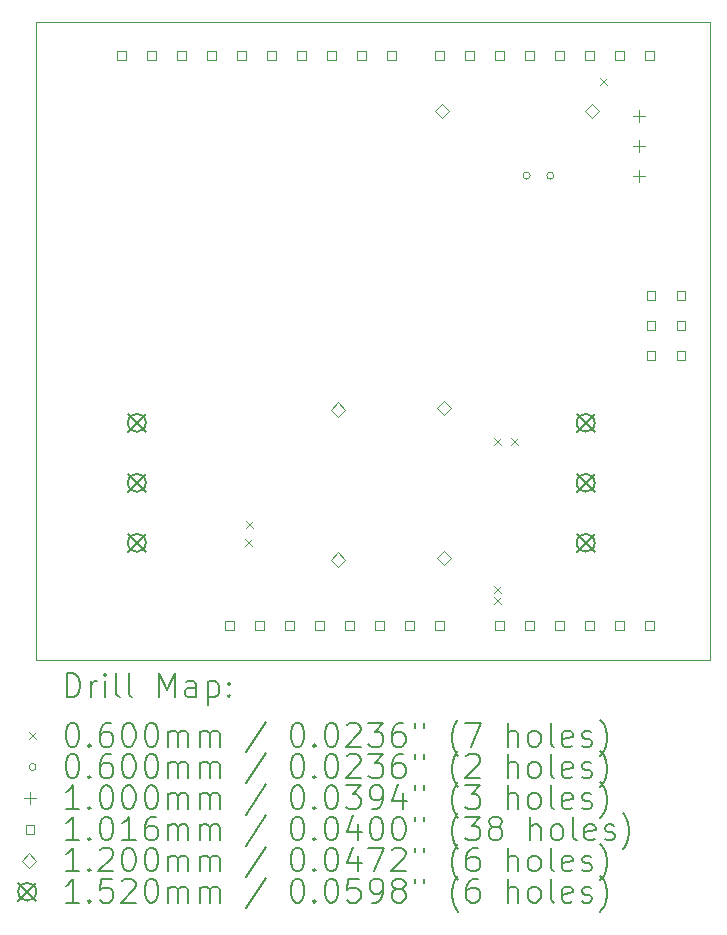
<source format=gbr>
%TF.GenerationSoftware,KiCad,Pcbnew,9.0.4*%
%TF.CreationDate,2025-09-27T21:55:26+08:00*%
%TF.ProjectId,SolarTrackingSystem,536f6c61-7254-4726-9163-6b696e675379,0*%
%TF.SameCoordinates,Original*%
%TF.FileFunction,Drillmap*%
%TF.FilePolarity,Positive*%
%FSLAX45Y45*%
G04 Gerber Fmt 4.5, Leading zero omitted, Abs format (unit mm)*
G04 Created by KiCad (PCBNEW 9.0.4) date 2025-09-27 21:55:26*
%MOMM*%
%LPD*%
G01*
G04 APERTURE LIST*
%ADD10C,0.050000*%
%ADD11C,0.200000*%
%ADD12C,0.100000*%
%ADD13C,0.101600*%
%ADD14C,0.120000*%
%ADD15C,0.152000*%
G04 APERTURE END LIST*
D10*
X11050000Y-5850000D02*
X16750000Y-5850000D01*
X16750000Y-11250000D01*
X11050000Y-11250000D01*
X11050000Y-5850000D01*
D11*
D12*
X12813431Y-10226569D02*
X12873431Y-10286569D01*
X12873431Y-10226569D02*
X12813431Y-10286569D01*
X12820000Y-10070000D02*
X12880000Y-10130000D01*
X12880000Y-10070000D02*
X12820000Y-10130000D01*
X14920000Y-9370000D02*
X14980000Y-9430000D01*
X14980000Y-9370000D02*
X14920000Y-9430000D01*
X14920000Y-10620000D02*
X14980000Y-10680000D01*
X14980000Y-10620000D02*
X14920000Y-10680000D01*
X14920000Y-10720000D02*
X14980000Y-10780000D01*
X14980000Y-10720000D02*
X14920000Y-10780000D01*
X15070000Y-9370000D02*
X15130000Y-9430000D01*
X15130000Y-9370000D02*
X15070000Y-9430000D01*
X15820000Y-6320000D02*
X15880000Y-6380000D01*
X15880000Y-6320000D02*
X15820000Y-6380000D01*
X15230000Y-7150000D02*
G75*
G02*
X15170000Y-7150000I-30000J0D01*
G01*
X15170000Y-7150000D02*
G75*
G02*
X15230000Y-7150000I30000J0D01*
G01*
X15430000Y-7150000D02*
G75*
G02*
X15370000Y-7150000I-30000J0D01*
G01*
X15370000Y-7150000D02*
G75*
G02*
X15430000Y-7150000I30000J0D01*
G01*
X16150000Y-6596000D02*
X16150000Y-6696000D01*
X16100000Y-6646000D02*
X16200000Y-6646000D01*
X16150000Y-6850000D02*
X16150000Y-6950000D01*
X16100000Y-6900000D02*
X16200000Y-6900000D01*
X16150000Y-7104000D02*
X16150000Y-7204000D01*
X16100000Y-7154000D02*
X16200000Y-7154000D01*
D13*
X11805521Y-6169921D02*
X11805521Y-6098079D01*
X11733679Y-6098079D01*
X11733679Y-6169921D01*
X11805521Y-6169921D01*
X12059521Y-6169921D02*
X12059521Y-6098079D01*
X11987679Y-6098079D01*
X11987679Y-6169921D01*
X12059521Y-6169921D01*
X12313521Y-6169921D02*
X12313521Y-6098079D01*
X12241679Y-6098079D01*
X12241679Y-6169921D01*
X12313521Y-6169921D01*
X12567521Y-6169921D02*
X12567521Y-6098079D01*
X12495679Y-6098079D01*
X12495679Y-6169921D01*
X12567521Y-6169921D01*
X12719921Y-10995921D02*
X12719921Y-10924079D01*
X12648079Y-10924079D01*
X12648079Y-10995921D01*
X12719921Y-10995921D01*
X12821521Y-6169921D02*
X12821521Y-6098079D01*
X12749679Y-6098079D01*
X12749679Y-6169921D01*
X12821521Y-6169921D01*
X12973921Y-10995921D02*
X12973921Y-10924079D01*
X12902079Y-10924079D01*
X12902079Y-10995921D01*
X12973921Y-10995921D01*
X13075521Y-6169921D02*
X13075521Y-6098079D01*
X13003679Y-6098079D01*
X13003679Y-6169921D01*
X13075521Y-6169921D01*
X13227921Y-10995921D02*
X13227921Y-10924079D01*
X13156079Y-10924079D01*
X13156079Y-10995921D01*
X13227921Y-10995921D01*
X13329521Y-6169921D02*
X13329521Y-6098079D01*
X13257679Y-6098079D01*
X13257679Y-6169921D01*
X13329521Y-6169921D01*
X13481921Y-10995921D02*
X13481921Y-10924079D01*
X13410079Y-10924079D01*
X13410079Y-10995921D01*
X13481921Y-10995921D01*
X13583521Y-6169921D02*
X13583521Y-6098079D01*
X13511679Y-6098079D01*
X13511679Y-6169921D01*
X13583521Y-6169921D01*
X13735921Y-10995921D02*
X13735921Y-10924079D01*
X13664079Y-10924079D01*
X13664079Y-10995921D01*
X13735921Y-10995921D01*
X13837521Y-6169921D02*
X13837521Y-6098079D01*
X13765679Y-6098079D01*
X13765679Y-6169921D01*
X13837521Y-6169921D01*
X13989921Y-10995921D02*
X13989921Y-10924079D01*
X13918079Y-10924079D01*
X13918079Y-10995921D01*
X13989921Y-10995921D01*
X14091521Y-6169921D02*
X14091521Y-6098079D01*
X14019679Y-6098079D01*
X14019679Y-6169921D01*
X14091521Y-6169921D01*
X14243921Y-10995921D02*
X14243921Y-10924079D01*
X14172079Y-10924079D01*
X14172079Y-10995921D01*
X14243921Y-10995921D01*
X14497921Y-6169921D02*
X14497921Y-6098079D01*
X14426079Y-6098079D01*
X14426079Y-6169921D01*
X14497921Y-6169921D01*
X14497921Y-10995921D02*
X14497921Y-10924079D01*
X14426079Y-10924079D01*
X14426079Y-10995921D01*
X14497921Y-10995921D01*
X14751921Y-6169921D02*
X14751921Y-6098079D01*
X14680079Y-6098079D01*
X14680079Y-6169921D01*
X14751921Y-6169921D01*
X15005921Y-6169921D02*
X15005921Y-6098079D01*
X14934079Y-6098079D01*
X14934079Y-6169921D01*
X15005921Y-6169921D01*
X15005921Y-10995921D02*
X15005921Y-10924079D01*
X14934079Y-10924079D01*
X14934079Y-10995921D01*
X15005921Y-10995921D01*
X15259921Y-6169921D02*
X15259921Y-6098079D01*
X15188079Y-6098079D01*
X15188079Y-6169921D01*
X15259921Y-6169921D01*
X15259921Y-10995921D02*
X15259921Y-10924079D01*
X15188079Y-10924079D01*
X15188079Y-10995921D01*
X15259921Y-10995921D01*
X15513921Y-6169921D02*
X15513921Y-6098079D01*
X15442079Y-6098079D01*
X15442079Y-6169921D01*
X15513921Y-6169921D01*
X15513921Y-10995921D02*
X15513921Y-10924079D01*
X15442079Y-10924079D01*
X15442079Y-10995921D01*
X15513921Y-10995921D01*
X15767921Y-6169921D02*
X15767921Y-6098079D01*
X15696079Y-6098079D01*
X15696079Y-6169921D01*
X15767921Y-6169921D01*
X15767921Y-10995921D02*
X15767921Y-10924079D01*
X15696079Y-10924079D01*
X15696079Y-10995921D01*
X15767921Y-10995921D01*
X16021921Y-6169921D02*
X16021921Y-6098079D01*
X15950079Y-6098079D01*
X15950079Y-6169921D01*
X16021921Y-6169921D01*
X16021921Y-10995921D02*
X16021921Y-10924079D01*
X15950079Y-10924079D01*
X15950079Y-10995921D01*
X16021921Y-10995921D01*
X16275921Y-6169921D02*
X16275921Y-6098079D01*
X16204079Y-6098079D01*
X16204079Y-6169921D01*
X16275921Y-6169921D01*
X16275921Y-10995921D02*
X16275921Y-10924079D01*
X16204079Y-10924079D01*
X16204079Y-10995921D01*
X16275921Y-10995921D01*
X16288621Y-8201921D02*
X16288621Y-8130079D01*
X16216779Y-8130079D01*
X16216779Y-8201921D01*
X16288621Y-8201921D01*
X16288621Y-8455921D02*
X16288621Y-8384079D01*
X16216779Y-8384079D01*
X16216779Y-8455921D01*
X16288621Y-8455921D01*
X16288621Y-8709921D02*
X16288621Y-8638079D01*
X16216779Y-8638079D01*
X16216779Y-8709921D01*
X16288621Y-8709921D01*
X16542621Y-8201921D02*
X16542621Y-8130079D01*
X16470779Y-8130079D01*
X16470779Y-8201921D01*
X16542621Y-8201921D01*
X16542621Y-8455921D02*
X16542621Y-8384079D01*
X16470779Y-8384079D01*
X16470779Y-8455921D01*
X16542621Y-8455921D01*
X16542621Y-8709921D02*
X16542621Y-8638079D01*
X16470779Y-8638079D01*
X16470779Y-8709921D01*
X16542621Y-8709921D01*
D14*
X13600000Y-9190000D02*
X13660000Y-9130000D01*
X13600000Y-9070000D01*
X13540000Y-9130000D01*
X13600000Y-9190000D01*
X13600000Y-10460000D02*
X13660000Y-10400000D01*
X13600000Y-10340000D01*
X13540000Y-10400000D01*
X13600000Y-10460000D01*
X14480000Y-6660000D02*
X14540000Y-6600000D01*
X14480000Y-6540000D01*
X14420000Y-6600000D01*
X14480000Y-6660000D01*
X14500000Y-9175000D02*
X14560000Y-9115000D01*
X14500000Y-9055000D01*
X14440000Y-9115000D01*
X14500000Y-9175000D01*
X14500000Y-10445000D02*
X14560000Y-10385000D01*
X14500000Y-10325000D01*
X14440000Y-10385000D01*
X14500000Y-10445000D01*
X15750000Y-6660000D02*
X15810000Y-6600000D01*
X15750000Y-6540000D01*
X15690000Y-6600000D01*
X15750000Y-6660000D01*
D15*
X11824000Y-9166000D02*
X11976000Y-9318000D01*
X11976000Y-9166000D02*
X11824000Y-9318000D01*
X11976000Y-9242000D02*
G75*
G02*
X11824000Y-9242000I-76000J0D01*
G01*
X11824000Y-9242000D02*
G75*
G02*
X11976000Y-9242000I76000J0D01*
G01*
X11824000Y-9674000D02*
X11976000Y-9826000D01*
X11976000Y-9674000D02*
X11824000Y-9826000D01*
X11976000Y-9750000D02*
G75*
G02*
X11824000Y-9750000I-76000J0D01*
G01*
X11824000Y-9750000D02*
G75*
G02*
X11976000Y-9750000I76000J0D01*
G01*
X11824000Y-10182000D02*
X11976000Y-10334000D01*
X11976000Y-10182000D02*
X11824000Y-10334000D01*
X11976000Y-10258000D02*
G75*
G02*
X11824000Y-10258000I-76000J0D01*
G01*
X11824000Y-10258000D02*
G75*
G02*
X11976000Y-10258000I76000J0D01*
G01*
X15624000Y-9166000D02*
X15776000Y-9318000D01*
X15776000Y-9166000D02*
X15624000Y-9318000D01*
X15776000Y-9242000D02*
G75*
G02*
X15624000Y-9242000I-76000J0D01*
G01*
X15624000Y-9242000D02*
G75*
G02*
X15776000Y-9242000I76000J0D01*
G01*
X15624000Y-9674000D02*
X15776000Y-9826000D01*
X15776000Y-9674000D02*
X15624000Y-9826000D01*
X15776000Y-9750000D02*
G75*
G02*
X15624000Y-9750000I-76000J0D01*
G01*
X15624000Y-9750000D02*
G75*
G02*
X15776000Y-9750000I76000J0D01*
G01*
X15624000Y-10182000D02*
X15776000Y-10334000D01*
X15776000Y-10182000D02*
X15624000Y-10334000D01*
X15776000Y-10258000D02*
G75*
G02*
X15624000Y-10258000I-76000J0D01*
G01*
X15624000Y-10258000D02*
G75*
G02*
X15776000Y-10258000I76000J0D01*
G01*
D11*
X11308277Y-11563984D02*
X11308277Y-11363984D01*
X11308277Y-11363984D02*
X11355896Y-11363984D01*
X11355896Y-11363984D02*
X11384467Y-11373508D01*
X11384467Y-11373508D02*
X11403515Y-11392555D01*
X11403515Y-11392555D02*
X11413039Y-11411603D01*
X11413039Y-11411603D02*
X11422562Y-11449698D01*
X11422562Y-11449698D02*
X11422562Y-11478269D01*
X11422562Y-11478269D02*
X11413039Y-11516365D01*
X11413039Y-11516365D02*
X11403515Y-11535412D01*
X11403515Y-11535412D02*
X11384467Y-11554460D01*
X11384467Y-11554460D02*
X11355896Y-11563984D01*
X11355896Y-11563984D02*
X11308277Y-11563984D01*
X11508277Y-11563984D02*
X11508277Y-11430650D01*
X11508277Y-11468746D02*
X11517801Y-11449698D01*
X11517801Y-11449698D02*
X11527324Y-11440174D01*
X11527324Y-11440174D02*
X11546372Y-11430650D01*
X11546372Y-11430650D02*
X11565420Y-11430650D01*
X11632086Y-11563984D02*
X11632086Y-11430650D01*
X11632086Y-11363984D02*
X11622562Y-11373508D01*
X11622562Y-11373508D02*
X11632086Y-11383031D01*
X11632086Y-11383031D02*
X11641610Y-11373508D01*
X11641610Y-11373508D02*
X11632086Y-11363984D01*
X11632086Y-11363984D02*
X11632086Y-11383031D01*
X11755896Y-11563984D02*
X11736848Y-11554460D01*
X11736848Y-11554460D02*
X11727324Y-11535412D01*
X11727324Y-11535412D02*
X11727324Y-11363984D01*
X11860658Y-11563984D02*
X11841610Y-11554460D01*
X11841610Y-11554460D02*
X11832086Y-11535412D01*
X11832086Y-11535412D02*
X11832086Y-11363984D01*
X12089229Y-11563984D02*
X12089229Y-11363984D01*
X12089229Y-11363984D02*
X12155896Y-11506841D01*
X12155896Y-11506841D02*
X12222562Y-11363984D01*
X12222562Y-11363984D02*
X12222562Y-11563984D01*
X12403515Y-11563984D02*
X12403515Y-11459222D01*
X12403515Y-11459222D02*
X12393991Y-11440174D01*
X12393991Y-11440174D02*
X12374943Y-11430650D01*
X12374943Y-11430650D02*
X12336848Y-11430650D01*
X12336848Y-11430650D02*
X12317801Y-11440174D01*
X12403515Y-11554460D02*
X12384467Y-11563984D01*
X12384467Y-11563984D02*
X12336848Y-11563984D01*
X12336848Y-11563984D02*
X12317801Y-11554460D01*
X12317801Y-11554460D02*
X12308277Y-11535412D01*
X12308277Y-11535412D02*
X12308277Y-11516365D01*
X12308277Y-11516365D02*
X12317801Y-11497317D01*
X12317801Y-11497317D02*
X12336848Y-11487793D01*
X12336848Y-11487793D02*
X12384467Y-11487793D01*
X12384467Y-11487793D02*
X12403515Y-11478269D01*
X12498753Y-11430650D02*
X12498753Y-11630650D01*
X12498753Y-11440174D02*
X12517801Y-11430650D01*
X12517801Y-11430650D02*
X12555896Y-11430650D01*
X12555896Y-11430650D02*
X12574943Y-11440174D01*
X12574943Y-11440174D02*
X12584467Y-11449698D01*
X12584467Y-11449698D02*
X12593991Y-11468746D01*
X12593991Y-11468746D02*
X12593991Y-11525888D01*
X12593991Y-11525888D02*
X12584467Y-11544936D01*
X12584467Y-11544936D02*
X12574943Y-11554460D01*
X12574943Y-11554460D02*
X12555896Y-11563984D01*
X12555896Y-11563984D02*
X12517801Y-11563984D01*
X12517801Y-11563984D02*
X12498753Y-11554460D01*
X12679705Y-11544936D02*
X12689229Y-11554460D01*
X12689229Y-11554460D02*
X12679705Y-11563984D01*
X12679705Y-11563984D02*
X12670182Y-11554460D01*
X12670182Y-11554460D02*
X12679705Y-11544936D01*
X12679705Y-11544936D02*
X12679705Y-11563984D01*
X12679705Y-11440174D02*
X12689229Y-11449698D01*
X12689229Y-11449698D02*
X12679705Y-11459222D01*
X12679705Y-11459222D02*
X12670182Y-11449698D01*
X12670182Y-11449698D02*
X12679705Y-11440174D01*
X12679705Y-11440174D02*
X12679705Y-11459222D01*
D12*
X10987500Y-11862500D02*
X11047500Y-11922500D01*
X11047500Y-11862500D02*
X10987500Y-11922500D01*
D11*
X11346372Y-11783984D02*
X11365420Y-11783984D01*
X11365420Y-11783984D02*
X11384467Y-11793508D01*
X11384467Y-11793508D02*
X11393991Y-11803031D01*
X11393991Y-11803031D02*
X11403515Y-11822079D01*
X11403515Y-11822079D02*
X11413039Y-11860174D01*
X11413039Y-11860174D02*
X11413039Y-11907793D01*
X11413039Y-11907793D02*
X11403515Y-11945888D01*
X11403515Y-11945888D02*
X11393991Y-11964936D01*
X11393991Y-11964936D02*
X11384467Y-11974460D01*
X11384467Y-11974460D02*
X11365420Y-11983984D01*
X11365420Y-11983984D02*
X11346372Y-11983984D01*
X11346372Y-11983984D02*
X11327324Y-11974460D01*
X11327324Y-11974460D02*
X11317801Y-11964936D01*
X11317801Y-11964936D02*
X11308277Y-11945888D01*
X11308277Y-11945888D02*
X11298753Y-11907793D01*
X11298753Y-11907793D02*
X11298753Y-11860174D01*
X11298753Y-11860174D02*
X11308277Y-11822079D01*
X11308277Y-11822079D02*
X11317801Y-11803031D01*
X11317801Y-11803031D02*
X11327324Y-11793508D01*
X11327324Y-11793508D02*
X11346372Y-11783984D01*
X11498753Y-11964936D02*
X11508277Y-11974460D01*
X11508277Y-11974460D02*
X11498753Y-11983984D01*
X11498753Y-11983984D02*
X11489229Y-11974460D01*
X11489229Y-11974460D02*
X11498753Y-11964936D01*
X11498753Y-11964936D02*
X11498753Y-11983984D01*
X11679705Y-11783984D02*
X11641610Y-11783984D01*
X11641610Y-11783984D02*
X11622562Y-11793508D01*
X11622562Y-11793508D02*
X11613039Y-11803031D01*
X11613039Y-11803031D02*
X11593991Y-11831603D01*
X11593991Y-11831603D02*
X11584467Y-11869698D01*
X11584467Y-11869698D02*
X11584467Y-11945888D01*
X11584467Y-11945888D02*
X11593991Y-11964936D01*
X11593991Y-11964936D02*
X11603515Y-11974460D01*
X11603515Y-11974460D02*
X11622562Y-11983984D01*
X11622562Y-11983984D02*
X11660658Y-11983984D01*
X11660658Y-11983984D02*
X11679705Y-11974460D01*
X11679705Y-11974460D02*
X11689229Y-11964936D01*
X11689229Y-11964936D02*
X11698753Y-11945888D01*
X11698753Y-11945888D02*
X11698753Y-11898269D01*
X11698753Y-11898269D02*
X11689229Y-11879222D01*
X11689229Y-11879222D02*
X11679705Y-11869698D01*
X11679705Y-11869698D02*
X11660658Y-11860174D01*
X11660658Y-11860174D02*
X11622562Y-11860174D01*
X11622562Y-11860174D02*
X11603515Y-11869698D01*
X11603515Y-11869698D02*
X11593991Y-11879222D01*
X11593991Y-11879222D02*
X11584467Y-11898269D01*
X11822562Y-11783984D02*
X11841610Y-11783984D01*
X11841610Y-11783984D02*
X11860658Y-11793508D01*
X11860658Y-11793508D02*
X11870182Y-11803031D01*
X11870182Y-11803031D02*
X11879705Y-11822079D01*
X11879705Y-11822079D02*
X11889229Y-11860174D01*
X11889229Y-11860174D02*
X11889229Y-11907793D01*
X11889229Y-11907793D02*
X11879705Y-11945888D01*
X11879705Y-11945888D02*
X11870182Y-11964936D01*
X11870182Y-11964936D02*
X11860658Y-11974460D01*
X11860658Y-11974460D02*
X11841610Y-11983984D01*
X11841610Y-11983984D02*
X11822562Y-11983984D01*
X11822562Y-11983984D02*
X11803515Y-11974460D01*
X11803515Y-11974460D02*
X11793991Y-11964936D01*
X11793991Y-11964936D02*
X11784467Y-11945888D01*
X11784467Y-11945888D02*
X11774943Y-11907793D01*
X11774943Y-11907793D02*
X11774943Y-11860174D01*
X11774943Y-11860174D02*
X11784467Y-11822079D01*
X11784467Y-11822079D02*
X11793991Y-11803031D01*
X11793991Y-11803031D02*
X11803515Y-11793508D01*
X11803515Y-11793508D02*
X11822562Y-11783984D01*
X12013039Y-11783984D02*
X12032086Y-11783984D01*
X12032086Y-11783984D02*
X12051134Y-11793508D01*
X12051134Y-11793508D02*
X12060658Y-11803031D01*
X12060658Y-11803031D02*
X12070182Y-11822079D01*
X12070182Y-11822079D02*
X12079705Y-11860174D01*
X12079705Y-11860174D02*
X12079705Y-11907793D01*
X12079705Y-11907793D02*
X12070182Y-11945888D01*
X12070182Y-11945888D02*
X12060658Y-11964936D01*
X12060658Y-11964936D02*
X12051134Y-11974460D01*
X12051134Y-11974460D02*
X12032086Y-11983984D01*
X12032086Y-11983984D02*
X12013039Y-11983984D01*
X12013039Y-11983984D02*
X11993991Y-11974460D01*
X11993991Y-11974460D02*
X11984467Y-11964936D01*
X11984467Y-11964936D02*
X11974943Y-11945888D01*
X11974943Y-11945888D02*
X11965420Y-11907793D01*
X11965420Y-11907793D02*
X11965420Y-11860174D01*
X11965420Y-11860174D02*
X11974943Y-11822079D01*
X11974943Y-11822079D02*
X11984467Y-11803031D01*
X11984467Y-11803031D02*
X11993991Y-11793508D01*
X11993991Y-11793508D02*
X12013039Y-11783984D01*
X12165420Y-11983984D02*
X12165420Y-11850650D01*
X12165420Y-11869698D02*
X12174943Y-11860174D01*
X12174943Y-11860174D02*
X12193991Y-11850650D01*
X12193991Y-11850650D02*
X12222563Y-11850650D01*
X12222563Y-11850650D02*
X12241610Y-11860174D01*
X12241610Y-11860174D02*
X12251134Y-11879222D01*
X12251134Y-11879222D02*
X12251134Y-11983984D01*
X12251134Y-11879222D02*
X12260658Y-11860174D01*
X12260658Y-11860174D02*
X12279705Y-11850650D01*
X12279705Y-11850650D02*
X12308277Y-11850650D01*
X12308277Y-11850650D02*
X12327324Y-11860174D01*
X12327324Y-11860174D02*
X12336848Y-11879222D01*
X12336848Y-11879222D02*
X12336848Y-11983984D01*
X12432086Y-11983984D02*
X12432086Y-11850650D01*
X12432086Y-11869698D02*
X12441610Y-11860174D01*
X12441610Y-11860174D02*
X12460658Y-11850650D01*
X12460658Y-11850650D02*
X12489229Y-11850650D01*
X12489229Y-11850650D02*
X12508277Y-11860174D01*
X12508277Y-11860174D02*
X12517801Y-11879222D01*
X12517801Y-11879222D02*
X12517801Y-11983984D01*
X12517801Y-11879222D02*
X12527324Y-11860174D01*
X12527324Y-11860174D02*
X12546372Y-11850650D01*
X12546372Y-11850650D02*
X12574943Y-11850650D01*
X12574943Y-11850650D02*
X12593991Y-11860174D01*
X12593991Y-11860174D02*
X12603515Y-11879222D01*
X12603515Y-11879222D02*
X12603515Y-11983984D01*
X12993991Y-11774460D02*
X12822563Y-12031603D01*
X13251134Y-11783984D02*
X13270182Y-11783984D01*
X13270182Y-11783984D02*
X13289229Y-11793508D01*
X13289229Y-11793508D02*
X13298753Y-11803031D01*
X13298753Y-11803031D02*
X13308277Y-11822079D01*
X13308277Y-11822079D02*
X13317801Y-11860174D01*
X13317801Y-11860174D02*
X13317801Y-11907793D01*
X13317801Y-11907793D02*
X13308277Y-11945888D01*
X13308277Y-11945888D02*
X13298753Y-11964936D01*
X13298753Y-11964936D02*
X13289229Y-11974460D01*
X13289229Y-11974460D02*
X13270182Y-11983984D01*
X13270182Y-11983984D02*
X13251134Y-11983984D01*
X13251134Y-11983984D02*
X13232086Y-11974460D01*
X13232086Y-11974460D02*
X13222563Y-11964936D01*
X13222563Y-11964936D02*
X13213039Y-11945888D01*
X13213039Y-11945888D02*
X13203515Y-11907793D01*
X13203515Y-11907793D02*
X13203515Y-11860174D01*
X13203515Y-11860174D02*
X13213039Y-11822079D01*
X13213039Y-11822079D02*
X13222563Y-11803031D01*
X13222563Y-11803031D02*
X13232086Y-11793508D01*
X13232086Y-11793508D02*
X13251134Y-11783984D01*
X13403515Y-11964936D02*
X13413039Y-11974460D01*
X13413039Y-11974460D02*
X13403515Y-11983984D01*
X13403515Y-11983984D02*
X13393991Y-11974460D01*
X13393991Y-11974460D02*
X13403515Y-11964936D01*
X13403515Y-11964936D02*
X13403515Y-11983984D01*
X13536848Y-11783984D02*
X13555896Y-11783984D01*
X13555896Y-11783984D02*
X13574944Y-11793508D01*
X13574944Y-11793508D02*
X13584467Y-11803031D01*
X13584467Y-11803031D02*
X13593991Y-11822079D01*
X13593991Y-11822079D02*
X13603515Y-11860174D01*
X13603515Y-11860174D02*
X13603515Y-11907793D01*
X13603515Y-11907793D02*
X13593991Y-11945888D01*
X13593991Y-11945888D02*
X13584467Y-11964936D01*
X13584467Y-11964936D02*
X13574944Y-11974460D01*
X13574944Y-11974460D02*
X13555896Y-11983984D01*
X13555896Y-11983984D02*
X13536848Y-11983984D01*
X13536848Y-11983984D02*
X13517801Y-11974460D01*
X13517801Y-11974460D02*
X13508277Y-11964936D01*
X13508277Y-11964936D02*
X13498753Y-11945888D01*
X13498753Y-11945888D02*
X13489229Y-11907793D01*
X13489229Y-11907793D02*
X13489229Y-11860174D01*
X13489229Y-11860174D02*
X13498753Y-11822079D01*
X13498753Y-11822079D02*
X13508277Y-11803031D01*
X13508277Y-11803031D02*
X13517801Y-11793508D01*
X13517801Y-11793508D02*
X13536848Y-11783984D01*
X13679706Y-11803031D02*
X13689229Y-11793508D01*
X13689229Y-11793508D02*
X13708277Y-11783984D01*
X13708277Y-11783984D02*
X13755896Y-11783984D01*
X13755896Y-11783984D02*
X13774944Y-11793508D01*
X13774944Y-11793508D02*
X13784467Y-11803031D01*
X13784467Y-11803031D02*
X13793991Y-11822079D01*
X13793991Y-11822079D02*
X13793991Y-11841127D01*
X13793991Y-11841127D02*
X13784467Y-11869698D01*
X13784467Y-11869698D02*
X13670182Y-11983984D01*
X13670182Y-11983984D02*
X13793991Y-11983984D01*
X13860658Y-11783984D02*
X13984467Y-11783984D01*
X13984467Y-11783984D02*
X13917801Y-11860174D01*
X13917801Y-11860174D02*
X13946372Y-11860174D01*
X13946372Y-11860174D02*
X13965420Y-11869698D01*
X13965420Y-11869698D02*
X13974944Y-11879222D01*
X13974944Y-11879222D02*
X13984467Y-11898269D01*
X13984467Y-11898269D02*
X13984467Y-11945888D01*
X13984467Y-11945888D02*
X13974944Y-11964936D01*
X13974944Y-11964936D02*
X13965420Y-11974460D01*
X13965420Y-11974460D02*
X13946372Y-11983984D01*
X13946372Y-11983984D02*
X13889229Y-11983984D01*
X13889229Y-11983984D02*
X13870182Y-11974460D01*
X13870182Y-11974460D02*
X13860658Y-11964936D01*
X14155896Y-11783984D02*
X14117801Y-11783984D01*
X14117801Y-11783984D02*
X14098753Y-11793508D01*
X14098753Y-11793508D02*
X14089229Y-11803031D01*
X14089229Y-11803031D02*
X14070182Y-11831603D01*
X14070182Y-11831603D02*
X14060658Y-11869698D01*
X14060658Y-11869698D02*
X14060658Y-11945888D01*
X14060658Y-11945888D02*
X14070182Y-11964936D01*
X14070182Y-11964936D02*
X14079706Y-11974460D01*
X14079706Y-11974460D02*
X14098753Y-11983984D01*
X14098753Y-11983984D02*
X14136848Y-11983984D01*
X14136848Y-11983984D02*
X14155896Y-11974460D01*
X14155896Y-11974460D02*
X14165420Y-11964936D01*
X14165420Y-11964936D02*
X14174944Y-11945888D01*
X14174944Y-11945888D02*
X14174944Y-11898269D01*
X14174944Y-11898269D02*
X14165420Y-11879222D01*
X14165420Y-11879222D02*
X14155896Y-11869698D01*
X14155896Y-11869698D02*
X14136848Y-11860174D01*
X14136848Y-11860174D02*
X14098753Y-11860174D01*
X14098753Y-11860174D02*
X14079706Y-11869698D01*
X14079706Y-11869698D02*
X14070182Y-11879222D01*
X14070182Y-11879222D02*
X14060658Y-11898269D01*
X14251134Y-11783984D02*
X14251134Y-11822079D01*
X14327325Y-11783984D02*
X14327325Y-11822079D01*
X14622563Y-12060174D02*
X14613039Y-12050650D01*
X14613039Y-12050650D02*
X14593991Y-12022079D01*
X14593991Y-12022079D02*
X14584468Y-12003031D01*
X14584468Y-12003031D02*
X14574944Y-11974460D01*
X14574944Y-11974460D02*
X14565420Y-11926841D01*
X14565420Y-11926841D02*
X14565420Y-11888746D01*
X14565420Y-11888746D02*
X14574944Y-11841127D01*
X14574944Y-11841127D02*
X14584468Y-11812555D01*
X14584468Y-11812555D02*
X14593991Y-11793508D01*
X14593991Y-11793508D02*
X14613039Y-11764936D01*
X14613039Y-11764936D02*
X14622563Y-11755412D01*
X14679706Y-11783984D02*
X14813039Y-11783984D01*
X14813039Y-11783984D02*
X14727325Y-11983984D01*
X15041610Y-11983984D02*
X15041610Y-11783984D01*
X15127325Y-11983984D02*
X15127325Y-11879222D01*
X15127325Y-11879222D02*
X15117801Y-11860174D01*
X15117801Y-11860174D02*
X15098753Y-11850650D01*
X15098753Y-11850650D02*
X15070182Y-11850650D01*
X15070182Y-11850650D02*
X15051134Y-11860174D01*
X15051134Y-11860174D02*
X15041610Y-11869698D01*
X15251134Y-11983984D02*
X15232087Y-11974460D01*
X15232087Y-11974460D02*
X15222563Y-11964936D01*
X15222563Y-11964936D02*
X15213039Y-11945888D01*
X15213039Y-11945888D02*
X15213039Y-11888746D01*
X15213039Y-11888746D02*
X15222563Y-11869698D01*
X15222563Y-11869698D02*
X15232087Y-11860174D01*
X15232087Y-11860174D02*
X15251134Y-11850650D01*
X15251134Y-11850650D02*
X15279706Y-11850650D01*
X15279706Y-11850650D02*
X15298753Y-11860174D01*
X15298753Y-11860174D02*
X15308277Y-11869698D01*
X15308277Y-11869698D02*
X15317801Y-11888746D01*
X15317801Y-11888746D02*
X15317801Y-11945888D01*
X15317801Y-11945888D02*
X15308277Y-11964936D01*
X15308277Y-11964936D02*
X15298753Y-11974460D01*
X15298753Y-11974460D02*
X15279706Y-11983984D01*
X15279706Y-11983984D02*
X15251134Y-11983984D01*
X15432087Y-11983984D02*
X15413039Y-11974460D01*
X15413039Y-11974460D02*
X15403515Y-11955412D01*
X15403515Y-11955412D02*
X15403515Y-11783984D01*
X15584468Y-11974460D02*
X15565420Y-11983984D01*
X15565420Y-11983984D02*
X15527325Y-11983984D01*
X15527325Y-11983984D02*
X15508277Y-11974460D01*
X15508277Y-11974460D02*
X15498753Y-11955412D01*
X15498753Y-11955412D02*
X15498753Y-11879222D01*
X15498753Y-11879222D02*
X15508277Y-11860174D01*
X15508277Y-11860174D02*
X15527325Y-11850650D01*
X15527325Y-11850650D02*
X15565420Y-11850650D01*
X15565420Y-11850650D02*
X15584468Y-11860174D01*
X15584468Y-11860174D02*
X15593991Y-11879222D01*
X15593991Y-11879222D02*
X15593991Y-11898269D01*
X15593991Y-11898269D02*
X15498753Y-11917317D01*
X15670182Y-11974460D02*
X15689230Y-11983984D01*
X15689230Y-11983984D02*
X15727325Y-11983984D01*
X15727325Y-11983984D02*
X15746372Y-11974460D01*
X15746372Y-11974460D02*
X15755896Y-11955412D01*
X15755896Y-11955412D02*
X15755896Y-11945888D01*
X15755896Y-11945888D02*
X15746372Y-11926841D01*
X15746372Y-11926841D02*
X15727325Y-11917317D01*
X15727325Y-11917317D02*
X15698753Y-11917317D01*
X15698753Y-11917317D02*
X15679706Y-11907793D01*
X15679706Y-11907793D02*
X15670182Y-11888746D01*
X15670182Y-11888746D02*
X15670182Y-11879222D01*
X15670182Y-11879222D02*
X15679706Y-11860174D01*
X15679706Y-11860174D02*
X15698753Y-11850650D01*
X15698753Y-11850650D02*
X15727325Y-11850650D01*
X15727325Y-11850650D02*
X15746372Y-11860174D01*
X15822563Y-12060174D02*
X15832087Y-12050650D01*
X15832087Y-12050650D02*
X15851134Y-12022079D01*
X15851134Y-12022079D02*
X15860658Y-12003031D01*
X15860658Y-12003031D02*
X15870182Y-11974460D01*
X15870182Y-11974460D02*
X15879706Y-11926841D01*
X15879706Y-11926841D02*
X15879706Y-11888746D01*
X15879706Y-11888746D02*
X15870182Y-11841127D01*
X15870182Y-11841127D02*
X15860658Y-11812555D01*
X15860658Y-11812555D02*
X15851134Y-11793508D01*
X15851134Y-11793508D02*
X15832087Y-11764936D01*
X15832087Y-11764936D02*
X15822563Y-11755412D01*
D12*
X11047500Y-12156500D02*
G75*
G02*
X10987500Y-12156500I-30000J0D01*
G01*
X10987500Y-12156500D02*
G75*
G02*
X11047500Y-12156500I30000J0D01*
G01*
D11*
X11346372Y-12047984D02*
X11365420Y-12047984D01*
X11365420Y-12047984D02*
X11384467Y-12057508D01*
X11384467Y-12057508D02*
X11393991Y-12067031D01*
X11393991Y-12067031D02*
X11403515Y-12086079D01*
X11403515Y-12086079D02*
X11413039Y-12124174D01*
X11413039Y-12124174D02*
X11413039Y-12171793D01*
X11413039Y-12171793D02*
X11403515Y-12209888D01*
X11403515Y-12209888D02*
X11393991Y-12228936D01*
X11393991Y-12228936D02*
X11384467Y-12238460D01*
X11384467Y-12238460D02*
X11365420Y-12247984D01*
X11365420Y-12247984D02*
X11346372Y-12247984D01*
X11346372Y-12247984D02*
X11327324Y-12238460D01*
X11327324Y-12238460D02*
X11317801Y-12228936D01*
X11317801Y-12228936D02*
X11308277Y-12209888D01*
X11308277Y-12209888D02*
X11298753Y-12171793D01*
X11298753Y-12171793D02*
X11298753Y-12124174D01*
X11298753Y-12124174D02*
X11308277Y-12086079D01*
X11308277Y-12086079D02*
X11317801Y-12067031D01*
X11317801Y-12067031D02*
X11327324Y-12057508D01*
X11327324Y-12057508D02*
X11346372Y-12047984D01*
X11498753Y-12228936D02*
X11508277Y-12238460D01*
X11508277Y-12238460D02*
X11498753Y-12247984D01*
X11498753Y-12247984D02*
X11489229Y-12238460D01*
X11489229Y-12238460D02*
X11498753Y-12228936D01*
X11498753Y-12228936D02*
X11498753Y-12247984D01*
X11679705Y-12047984D02*
X11641610Y-12047984D01*
X11641610Y-12047984D02*
X11622562Y-12057508D01*
X11622562Y-12057508D02*
X11613039Y-12067031D01*
X11613039Y-12067031D02*
X11593991Y-12095603D01*
X11593991Y-12095603D02*
X11584467Y-12133698D01*
X11584467Y-12133698D02*
X11584467Y-12209888D01*
X11584467Y-12209888D02*
X11593991Y-12228936D01*
X11593991Y-12228936D02*
X11603515Y-12238460D01*
X11603515Y-12238460D02*
X11622562Y-12247984D01*
X11622562Y-12247984D02*
X11660658Y-12247984D01*
X11660658Y-12247984D02*
X11679705Y-12238460D01*
X11679705Y-12238460D02*
X11689229Y-12228936D01*
X11689229Y-12228936D02*
X11698753Y-12209888D01*
X11698753Y-12209888D02*
X11698753Y-12162269D01*
X11698753Y-12162269D02*
X11689229Y-12143222D01*
X11689229Y-12143222D02*
X11679705Y-12133698D01*
X11679705Y-12133698D02*
X11660658Y-12124174D01*
X11660658Y-12124174D02*
X11622562Y-12124174D01*
X11622562Y-12124174D02*
X11603515Y-12133698D01*
X11603515Y-12133698D02*
X11593991Y-12143222D01*
X11593991Y-12143222D02*
X11584467Y-12162269D01*
X11822562Y-12047984D02*
X11841610Y-12047984D01*
X11841610Y-12047984D02*
X11860658Y-12057508D01*
X11860658Y-12057508D02*
X11870182Y-12067031D01*
X11870182Y-12067031D02*
X11879705Y-12086079D01*
X11879705Y-12086079D02*
X11889229Y-12124174D01*
X11889229Y-12124174D02*
X11889229Y-12171793D01*
X11889229Y-12171793D02*
X11879705Y-12209888D01*
X11879705Y-12209888D02*
X11870182Y-12228936D01*
X11870182Y-12228936D02*
X11860658Y-12238460D01*
X11860658Y-12238460D02*
X11841610Y-12247984D01*
X11841610Y-12247984D02*
X11822562Y-12247984D01*
X11822562Y-12247984D02*
X11803515Y-12238460D01*
X11803515Y-12238460D02*
X11793991Y-12228936D01*
X11793991Y-12228936D02*
X11784467Y-12209888D01*
X11784467Y-12209888D02*
X11774943Y-12171793D01*
X11774943Y-12171793D02*
X11774943Y-12124174D01*
X11774943Y-12124174D02*
X11784467Y-12086079D01*
X11784467Y-12086079D02*
X11793991Y-12067031D01*
X11793991Y-12067031D02*
X11803515Y-12057508D01*
X11803515Y-12057508D02*
X11822562Y-12047984D01*
X12013039Y-12047984D02*
X12032086Y-12047984D01*
X12032086Y-12047984D02*
X12051134Y-12057508D01*
X12051134Y-12057508D02*
X12060658Y-12067031D01*
X12060658Y-12067031D02*
X12070182Y-12086079D01*
X12070182Y-12086079D02*
X12079705Y-12124174D01*
X12079705Y-12124174D02*
X12079705Y-12171793D01*
X12079705Y-12171793D02*
X12070182Y-12209888D01*
X12070182Y-12209888D02*
X12060658Y-12228936D01*
X12060658Y-12228936D02*
X12051134Y-12238460D01*
X12051134Y-12238460D02*
X12032086Y-12247984D01*
X12032086Y-12247984D02*
X12013039Y-12247984D01*
X12013039Y-12247984D02*
X11993991Y-12238460D01*
X11993991Y-12238460D02*
X11984467Y-12228936D01*
X11984467Y-12228936D02*
X11974943Y-12209888D01*
X11974943Y-12209888D02*
X11965420Y-12171793D01*
X11965420Y-12171793D02*
X11965420Y-12124174D01*
X11965420Y-12124174D02*
X11974943Y-12086079D01*
X11974943Y-12086079D02*
X11984467Y-12067031D01*
X11984467Y-12067031D02*
X11993991Y-12057508D01*
X11993991Y-12057508D02*
X12013039Y-12047984D01*
X12165420Y-12247984D02*
X12165420Y-12114650D01*
X12165420Y-12133698D02*
X12174943Y-12124174D01*
X12174943Y-12124174D02*
X12193991Y-12114650D01*
X12193991Y-12114650D02*
X12222563Y-12114650D01*
X12222563Y-12114650D02*
X12241610Y-12124174D01*
X12241610Y-12124174D02*
X12251134Y-12143222D01*
X12251134Y-12143222D02*
X12251134Y-12247984D01*
X12251134Y-12143222D02*
X12260658Y-12124174D01*
X12260658Y-12124174D02*
X12279705Y-12114650D01*
X12279705Y-12114650D02*
X12308277Y-12114650D01*
X12308277Y-12114650D02*
X12327324Y-12124174D01*
X12327324Y-12124174D02*
X12336848Y-12143222D01*
X12336848Y-12143222D02*
X12336848Y-12247984D01*
X12432086Y-12247984D02*
X12432086Y-12114650D01*
X12432086Y-12133698D02*
X12441610Y-12124174D01*
X12441610Y-12124174D02*
X12460658Y-12114650D01*
X12460658Y-12114650D02*
X12489229Y-12114650D01*
X12489229Y-12114650D02*
X12508277Y-12124174D01*
X12508277Y-12124174D02*
X12517801Y-12143222D01*
X12517801Y-12143222D02*
X12517801Y-12247984D01*
X12517801Y-12143222D02*
X12527324Y-12124174D01*
X12527324Y-12124174D02*
X12546372Y-12114650D01*
X12546372Y-12114650D02*
X12574943Y-12114650D01*
X12574943Y-12114650D02*
X12593991Y-12124174D01*
X12593991Y-12124174D02*
X12603515Y-12143222D01*
X12603515Y-12143222D02*
X12603515Y-12247984D01*
X12993991Y-12038460D02*
X12822563Y-12295603D01*
X13251134Y-12047984D02*
X13270182Y-12047984D01*
X13270182Y-12047984D02*
X13289229Y-12057508D01*
X13289229Y-12057508D02*
X13298753Y-12067031D01*
X13298753Y-12067031D02*
X13308277Y-12086079D01*
X13308277Y-12086079D02*
X13317801Y-12124174D01*
X13317801Y-12124174D02*
X13317801Y-12171793D01*
X13317801Y-12171793D02*
X13308277Y-12209888D01*
X13308277Y-12209888D02*
X13298753Y-12228936D01*
X13298753Y-12228936D02*
X13289229Y-12238460D01*
X13289229Y-12238460D02*
X13270182Y-12247984D01*
X13270182Y-12247984D02*
X13251134Y-12247984D01*
X13251134Y-12247984D02*
X13232086Y-12238460D01*
X13232086Y-12238460D02*
X13222563Y-12228936D01*
X13222563Y-12228936D02*
X13213039Y-12209888D01*
X13213039Y-12209888D02*
X13203515Y-12171793D01*
X13203515Y-12171793D02*
X13203515Y-12124174D01*
X13203515Y-12124174D02*
X13213039Y-12086079D01*
X13213039Y-12086079D02*
X13222563Y-12067031D01*
X13222563Y-12067031D02*
X13232086Y-12057508D01*
X13232086Y-12057508D02*
X13251134Y-12047984D01*
X13403515Y-12228936D02*
X13413039Y-12238460D01*
X13413039Y-12238460D02*
X13403515Y-12247984D01*
X13403515Y-12247984D02*
X13393991Y-12238460D01*
X13393991Y-12238460D02*
X13403515Y-12228936D01*
X13403515Y-12228936D02*
X13403515Y-12247984D01*
X13536848Y-12047984D02*
X13555896Y-12047984D01*
X13555896Y-12047984D02*
X13574944Y-12057508D01*
X13574944Y-12057508D02*
X13584467Y-12067031D01*
X13584467Y-12067031D02*
X13593991Y-12086079D01*
X13593991Y-12086079D02*
X13603515Y-12124174D01*
X13603515Y-12124174D02*
X13603515Y-12171793D01*
X13603515Y-12171793D02*
X13593991Y-12209888D01*
X13593991Y-12209888D02*
X13584467Y-12228936D01*
X13584467Y-12228936D02*
X13574944Y-12238460D01*
X13574944Y-12238460D02*
X13555896Y-12247984D01*
X13555896Y-12247984D02*
X13536848Y-12247984D01*
X13536848Y-12247984D02*
X13517801Y-12238460D01*
X13517801Y-12238460D02*
X13508277Y-12228936D01*
X13508277Y-12228936D02*
X13498753Y-12209888D01*
X13498753Y-12209888D02*
X13489229Y-12171793D01*
X13489229Y-12171793D02*
X13489229Y-12124174D01*
X13489229Y-12124174D02*
X13498753Y-12086079D01*
X13498753Y-12086079D02*
X13508277Y-12067031D01*
X13508277Y-12067031D02*
X13517801Y-12057508D01*
X13517801Y-12057508D02*
X13536848Y-12047984D01*
X13679706Y-12067031D02*
X13689229Y-12057508D01*
X13689229Y-12057508D02*
X13708277Y-12047984D01*
X13708277Y-12047984D02*
X13755896Y-12047984D01*
X13755896Y-12047984D02*
X13774944Y-12057508D01*
X13774944Y-12057508D02*
X13784467Y-12067031D01*
X13784467Y-12067031D02*
X13793991Y-12086079D01*
X13793991Y-12086079D02*
X13793991Y-12105127D01*
X13793991Y-12105127D02*
X13784467Y-12133698D01*
X13784467Y-12133698D02*
X13670182Y-12247984D01*
X13670182Y-12247984D02*
X13793991Y-12247984D01*
X13860658Y-12047984D02*
X13984467Y-12047984D01*
X13984467Y-12047984D02*
X13917801Y-12124174D01*
X13917801Y-12124174D02*
X13946372Y-12124174D01*
X13946372Y-12124174D02*
X13965420Y-12133698D01*
X13965420Y-12133698D02*
X13974944Y-12143222D01*
X13974944Y-12143222D02*
X13984467Y-12162269D01*
X13984467Y-12162269D02*
X13984467Y-12209888D01*
X13984467Y-12209888D02*
X13974944Y-12228936D01*
X13974944Y-12228936D02*
X13965420Y-12238460D01*
X13965420Y-12238460D02*
X13946372Y-12247984D01*
X13946372Y-12247984D02*
X13889229Y-12247984D01*
X13889229Y-12247984D02*
X13870182Y-12238460D01*
X13870182Y-12238460D02*
X13860658Y-12228936D01*
X14155896Y-12047984D02*
X14117801Y-12047984D01*
X14117801Y-12047984D02*
X14098753Y-12057508D01*
X14098753Y-12057508D02*
X14089229Y-12067031D01*
X14089229Y-12067031D02*
X14070182Y-12095603D01*
X14070182Y-12095603D02*
X14060658Y-12133698D01*
X14060658Y-12133698D02*
X14060658Y-12209888D01*
X14060658Y-12209888D02*
X14070182Y-12228936D01*
X14070182Y-12228936D02*
X14079706Y-12238460D01*
X14079706Y-12238460D02*
X14098753Y-12247984D01*
X14098753Y-12247984D02*
X14136848Y-12247984D01*
X14136848Y-12247984D02*
X14155896Y-12238460D01*
X14155896Y-12238460D02*
X14165420Y-12228936D01*
X14165420Y-12228936D02*
X14174944Y-12209888D01*
X14174944Y-12209888D02*
X14174944Y-12162269D01*
X14174944Y-12162269D02*
X14165420Y-12143222D01*
X14165420Y-12143222D02*
X14155896Y-12133698D01*
X14155896Y-12133698D02*
X14136848Y-12124174D01*
X14136848Y-12124174D02*
X14098753Y-12124174D01*
X14098753Y-12124174D02*
X14079706Y-12133698D01*
X14079706Y-12133698D02*
X14070182Y-12143222D01*
X14070182Y-12143222D02*
X14060658Y-12162269D01*
X14251134Y-12047984D02*
X14251134Y-12086079D01*
X14327325Y-12047984D02*
X14327325Y-12086079D01*
X14622563Y-12324174D02*
X14613039Y-12314650D01*
X14613039Y-12314650D02*
X14593991Y-12286079D01*
X14593991Y-12286079D02*
X14584468Y-12267031D01*
X14584468Y-12267031D02*
X14574944Y-12238460D01*
X14574944Y-12238460D02*
X14565420Y-12190841D01*
X14565420Y-12190841D02*
X14565420Y-12152746D01*
X14565420Y-12152746D02*
X14574944Y-12105127D01*
X14574944Y-12105127D02*
X14584468Y-12076555D01*
X14584468Y-12076555D02*
X14593991Y-12057508D01*
X14593991Y-12057508D02*
X14613039Y-12028936D01*
X14613039Y-12028936D02*
X14622563Y-12019412D01*
X14689229Y-12067031D02*
X14698753Y-12057508D01*
X14698753Y-12057508D02*
X14717801Y-12047984D01*
X14717801Y-12047984D02*
X14765420Y-12047984D01*
X14765420Y-12047984D02*
X14784468Y-12057508D01*
X14784468Y-12057508D02*
X14793991Y-12067031D01*
X14793991Y-12067031D02*
X14803515Y-12086079D01*
X14803515Y-12086079D02*
X14803515Y-12105127D01*
X14803515Y-12105127D02*
X14793991Y-12133698D01*
X14793991Y-12133698D02*
X14679706Y-12247984D01*
X14679706Y-12247984D02*
X14803515Y-12247984D01*
X15041610Y-12247984D02*
X15041610Y-12047984D01*
X15127325Y-12247984D02*
X15127325Y-12143222D01*
X15127325Y-12143222D02*
X15117801Y-12124174D01*
X15117801Y-12124174D02*
X15098753Y-12114650D01*
X15098753Y-12114650D02*
X15070182Y-12114650D01*
X15070182Y-12114650D02*
X15051134Y-12124174D01*
X15051134Y-12124174D02*
X15041610Y-12133698D01*
X15251134Y-12247984D02*
X15232087Y-12238460D01*
X15232087Y-12238460D02*
X15222563Y-12228936D01*
X15222563Y-12228936D02*
X15213039Y-12209888D01*
X15213039Y-12209888D02*
X15213039Y-12152746D01*
X15213039Y-12152746D02*
X15222563Y-12133698D01*
X15222563Y-12133698D02*
X15232087Y-12124174D01*
X15232087Y-12124174D02*
X15251134Y-12114650D01*
X15251134Y-12114650D02*
X15279706Y-12114650D01*
X15279706Y-12114650D02*
X15298753Y-12124174D01*
X15298753Y-12124174D02*
X15308277Y-12133698D01*
X15308277Y-12133698D02*
X15317801Y-12152746D01*
X15317801Y-12152746D02*
X15317801Y-12209888D01*
X15317801Y-12209888D02*
X15308277Y-12228936D01*
X15308277Y-12228936D02*
X15298753Y-12238460D01*
X15298753Y-12238460D02*
X15279706Y-12247984D01*
X15279706Y-12247984D02*
X15251134Y-12247984D01*
X15432087Y-12247984D02*
X15413039Y-12238460D01*
X15413039Y-12238460D02*
X15403515Y-12219412D01*
X15403515Y-12219412D02*
X15403515Y-12047984D01*
X15584468Y-12238460D02*
X15565420Y-12247984D01*
X15565420Y-12247984D02*
X15527325Y-12247984D01*
X15527325Y-12247984D02*
X15508277Y-12238460D01*
X15508277Y-12238460D02*
X15498753Y-12219412D01*
X15498753Y-12219412D02*
X15498753Y-12143222D01*
X15498753Y-12143222D02*
X15508277Y-12124174D01*
X15508277Y-12124174D02*
X15527325Y-12114650D01*
X15527325Y-12114650D02*
X15565420Y-12114650D01*
X15565420Y-12114650D02*
X15584468Y-12124174D01*
X15584468Y-12124174D02*
X15593991Y-12143222D01*
X15593991Y-12143222D02*
X15593991Y-12162269D01*
X15593991Y-12162269D02*
X15498753Y-12181317D01*
X15670182Y-12238460D02*
X15689230Y-12247984D01*
X15689230Y-12247984D02*
X15727325Y-12247984D01*
X15727325Y-12247984D02*
X15746372Y-12238460D01*
X15746372Y-12238460D02*
X15755896Y-12219412D01*
X15755896Y-12219412D02*
X15755896Y-12209888D01*
X15755896Y-12209888D02*
X15746372Y-12190841D01*
X15746372Y-12190841D02*
X15727325Y-12181317D01*
X15727325Y-12181317D02*
X15698753Y-12181317D01*
X15698753Y-12181317D02*
X15679706Y-12171793D01*
X15679706Y-12171793D02*
X15670182Y-12152746D01*
X15670182Y-12152746D02*
X15670182Y-12143222D01*
X15670182Y-12143222D02*
X15679706Y-12124174D01*
X15679706Y-12124174D02*
X15698753Y-12114650D01*
X15698753Y-12114650D02*
X15727325Y-12114650D01*
X15727325Y-12114650D02*
X15746372Y-12124174D01*
X15822563Y-12324174D02*
X15832087Y-12314650D01*
X15832087Y-12314650D02*
X15851134Y-12286079D01*
X15851134Y-12286079D02*
X15860658Y-12267031D01*
X15860658Y-12267031D02*
X15870182Y-12238460D01*
X15870182Y-12238460D02*
X15879706Y-12190841D01*
X15879706Y-12190841D02*
X15879706Y-12152746D01*
X15879706Y-12152746D02*
X15870182Y-12105127D01*
X15870182Y-12105127D02*
X15860658Y-12076555D01*
X15860658Y-12076555D02*
X15851134Y-12057508D01*
X15851134Y-12057508D02*
X15832087Y-12028936D01*
X15832087Y-12028936D02*
X15822563Y-12019412D01*
D12*
X10997500Y-12370500D02*
X10997500Y-12470500D01*
X10947500Y-12420500D02*
X11047500Y-12420500D01*
D11*
X11413039Y-12511984D02*
X11298753Y-12511984D01*
X11355896Y-12511984D02*
X11355896Y-12311984D01*
X11355896Y-12311984D02*
X11336848Y-12340555D01*
X11336848Y-12340555D02*
X11317801Y-12359603D01*
X11317801Y-12359603D02*
X11298753Y-12369127D01*
X11498753Y-12492936D02*
X11508277Y-12502460D01*
X11508277Y-12502460D02*
X11498753Y-12511984D01*
X11498753Y-12511984D02*
X11489229Y-12502460D01*
X11489229Y-12502460D02*
X11498753Y-12492936D01*
X11498753Y-12492936D02*
X11498753Y-12511984D01*
X11632086Y-12311984D02*
X11651134Y-12311984D01*
X11651134Y-12311984D02*
X11670182Y-12321508D01*
X11670182Y-12321508D02*
X11679705Y-12331031D01*
X11679705Y-12331031D02*
X11689229Y-12350079D01*
X11689229Y-12350079D02*
X11698753Y-12388174D01*
X11698753Y-12388174D02*
X11698753Y-12435793D01*
X11698753Y-12435793D02*
X11689229Y-12473888D01*
X11689229Y-12473888D02*
X11679705Y-12492936D01*
X11679705Y-12492936D02*
X11670182Y-12502460D01*
X11670182Y-12502460D02*
X11651134Y-12511984D01*
X11651134Y-12511984D02*
X11632086Y-12511984D01*
X11632086Y-12511984D02*
X11613039Y-12502460D01*
X11613039Y-12502460D02*
X11603515Y-12492936D01*
X11603515Y-12492936D02*
X11593991Y-12473888D01*
X11593991Y-12473888D02*
X11584467Y-12435793D01*
X11584467Y-12435793D02*
X11584467Y-12388174D01*
X11584467Y-12388174D02*
X11593991Y-12350079D01*
X11593991Y-12350079D02*
X11603515Y-12331031D01*
X11603515Y-12331031D02*
X11613039Y-12321508D01*
X11613039Y-12321508D02*
X11632086Y-12311984D01*
X11822562Y-12311984D02*
X11841610Y-12311984D01*
X11841610Y-12311984D02*
X11860658Y-12321508D01*
X11860658Y-12321508D02*
X11870182Y-12331031D01*
X11870182Y-12331031D02*
X11879705Y-12350079D01*
X11879705Y-12350079D02*
X11889229Y-12388174D01*
X11889229Y-12388174D02*
X11889229Y-12435793D01*
X11889229Y-12435793D02*
X11879705Y-12473888D01*
X11879705Y-12473888D02*
X11870182Y-12492936D01*
X11870182Y-12492936D02*
X11860658Y-12502460D01*
X11860658Y-12502460D02*
X11841610Y-12511984D01*
X11841610Y-12511984D02*
X11822562Y-12511984D01*
X11822562Y-12511984D02*
X11803515Y-12502460D01*
X11803515Y-12502460D02*
X11793991Y-12492936D01*
X11793991Y-12492936D02*
X11784467Y-12473888D01*
X11784467Y-12473888D02*
X11774943Y-12435793D01*
X11774943Y-12435793D02*
X11774943Y-12388174D01*
X11774943Y-12388174D02*
X11784467Y-12350079D01*
X11784467Y-12350079D02*
X11793991Y-12331031D01*
X11793991Y-12331031D02*
X11803515Y-12321508D01*
X11803515Y-12321508D02*
X11822562Y-12311984D01*
X12013039Y-12311984D02*
X12032086Y-12311984D01*
X12032086Y-12311984D02*
X12051134Y-12321508D01*
X12051134Y-12321508D02*
X12060658Y-12331031D01*
X12060658Y-12331031D02*
X12070182Y-12350079D01*
X12070182Y-12350079D02*
X12079705Y-12388174D01*
X12079705Y-12388174D02*
X12079705Y-12435793D01*
X12079705Y-12435793D02*
X12070182Y-12473888D01*
X12070182Y-12473888D02*
X12060658Y-12492936D01*
X12060658Y-12492936D02*
X12051134Y-12502460D01*
X12051134Y-12502460D02*
X12032086Y-12511984D01*
X12032086Y-12511984D02*
X12013039Y-12511984D01*
X12013039Y-12511984D02*
X11993991Y-12502460D01*
X11993991Y-12502460D02*
X11984467Y-12492936D01*
X11984467Y-12492936D02*
X11974943Y-12473888D01*
X11974943Y-12473888D02*
X11965420Y-12435793D01*
X11965420Y-12435793D02*
X11965420Y-12388174D01*
X11965420Y-12388174D02*
X11974943Y-12350079D01*
X11974943Y-12350079D02*
X11984467Y-12331031D01*
X11984467Y-12331031D02*
X11993991Y-12321508D01*
X11993991Y-12321508D02*
X12013039Y-12311984D01*
X12165420Y-12511984D02*
X12165420Y-12378650D01*
X12165420Y-12397698D02*
X12174943Y-12388174D01*
X12174943Y-12388174D02*
X12193991Y-12378650D01*
X12193991Y-12378650D02*
X12222563Y-12378650D01*
X12222563Y-12378650D02*
X12241610Y-12388174D01*
X12241610Y-12388174D02*
X12251134Y-12407222D01*
X12251134Y-12407222D02*
X12251134Y-12511984D01*
X12251134Y-12407222D02*
X12260658Y-12388174D01*
X12260658Y-12388174D02*
X12279705Y-12378650D01*
X12279705Y-12378650D02*
X12308277Y-12378650D01*
X12308277Y-12378650D02*
X12327324Y-12388174D01*
X12327324Y-12388174D02*
X12336848Y-12407222D01*
X12336848Y-12407222D02*
X12336848Y-12511984D01*
X12432086Y-12511984D02*
X12432086Y-12378650D01*
X12432086Y-12397698D02*
X12441610Y-12388174D01*
X12441610Y-12388174D02*
X12460658Y-12378650D01*
X12460658Y-12378650D02*
X12489229Y-12378650D01*
X12489229Y-12378650D02*
X12508277Y-12388174D01*
X12508277Y-12388174D02*
X12517801Y-12407222D01*
X12517801Y-12407222D02*
X12517801Y-12511984D01*
X12517801Y-12407222D02*
X12527324Y-12388174D01*
X12527324Y-12388174D02*
X12546372Y-12378650D01*
X12546372Y-12378650D02*
X12574943Y-12378650D01*
X12574943Y-12378650D02*
X12593991Y-12388174D01*
X12593991Y-12388174D02*
X12603515Y-12407222D01*
X12603515Y-12407222D02*
X12603515Y-12511984D01*
X12993991Y-12302460D02*
X12822563Y-12559603D01*
X13251134Y-12311984D02*
X13270182Y-12311984D01*
X13270182Y-12311984D02*
X13289229Y-12321508D01*
X13289229Y-12321508D02*
X13298753Y-12331031D01*
X13298753Y-12331031D02*
X13308277Y-12350079D01*
X13308277Y-12350079D02*
X13317801Y-12388174D01*
X13317801Y-12388174D02*
X13317801Y-12435793D01*
X13317801Y-12435793D02*
X13308277Y-12473888D01*
X13308277Y-12473888D02*
X13298753Y-12492936D01*
X13298753Y-12492936D02*
X13289229Y-12502460D01*
X13289229Y-12502460D02*
X13270182Y-12511984D01*
X13270182Y-12511984D02*
X13251134Y-12511984D01*
X13251134Y-12511984D02*
X13232086Y-12502460D01*
X13232086Y-12502460D02*
X13222563Y-12492936D01*
X13222563Y-12492936D02*
X13213039Y-12473888D01*
X13213039Y-12473888D02*
X13203515Y-12435793D01*
X13203515Y-12435793D02*
X13203515Y-12388174D01*
X13203515Y-12388174D02*
X13213039Y-12350079D01*
X13213039Y-12350079D02*
X13222563Y-12331031D01*
X13222563Y-12331031D02*
X13232086Y-12321508D01*
X13232086Y-12321508D02*
X13251134Y-12311984D01*
X13403515Y-12492936D02*
X13413039Y-12502460D01*
X13413039Y-12502460D02*
X13403515Y-12511984D01*
X13403515Y-12511984D02*
X13393991Y-12502460D01*
X13393991Y-12502460D02*
X13403515Y-12492936D01*
X13403515Y-12492936D02*
X13403515Y-12511984D01*
X13536848Y-12311984D02*
X13555896Y-12311984D01*
X13555896Y-12311984D02*
X13574944Y-12321508D01*
X13574944Y-12321508D02*
X13584467Y-12331031D01*
X13584467Y-12331031D02*
X13593991Y-12350079D01*
X13593991Y-12350079D02*
X13603515Y-12388174D01*
X13603515Y-12388174D02*
X13603515Y-12435793D01*
X13603515Y-12435793D02*
X13593991Y-12473888D01*
X13593991Y-12473888D02*
X13584467Y-12492936D01*
X13584467Y-12492936D02*
X13574944Y-12502460D01*
X13574944Y-12502460D02*
X13555896Y-12511984D01*
X13555896Y-12511984D02*
X13536848Y-12511984D01*
X13536848Y-12511984D02*
X13517801Y-12502460D01*
X13517801Y-12502460D02*
X13508277Y-12492936D01*
X13508277Y-12492936D02*
X13498753Y-12473888D01*
X13498753Y-12473888D02*
X13489229Y-12435793D01*
X13489229Y-12435793D02*
X13489229Y-12388174D01*
X13489229Y-12388174D02*
X13498753Y-12350079D01*
X13498753Y-12350079D02*
X13508277Y-12331031D01*
X13508277Y-12331031D02*
X13517801Y-12321508D01*
X13517801Y-12321508D02*
X13536848Y-12311984D01*
X13670182Y-12311984D02*
X13793991Y-12311984D01*
X13793991Y-12311984D02*
X13727325Y-12388174D01*
X13727325Y-12388174D02*
X13755896Y-12388174D01*
X13755896Y-12388174D02*
X13774944Y-12397698D01*
X13774944Y-12397698D02*
X13784467Y-12407222D01*
X13784467Y-12407222D02*
X13793991Y-12426269D01*
X13793991Y-12426269D02*
X13793991Y-12473888D01*
X13793991Y-12473888D02*
X13784467Y-12492936D01*
X13784467Y-12492936D02*
X13774944Y-12502460D01*
X13774944Y-12502460D02*
X13755896Y-12511984D01*
X13755896Y-12511984D02*
X13698753Y-12511984D01*
X13698753Y-12511984D02*
X13679706Y-12502460D01*
X13679706Y-12502460D02*
X13670182Y-12492936D01*
X13889229Y-12511984D02*
X13927325Y-12511984D01*
X13927325Y-12511984D02*
X13946372Y-12502460D01*
X13946372Y-12502460D02*
X13955896Y-12492936D01*
X13955896Y-12492936D02*
X13974944Y-12464365D01*
X13974944Y-12464365D02*
X13984467Y-12426269D01*
X13984467Y-12426269D02*
X13984467Y-12350079D01*
X13984467Y-12350079D02*
X13974944Y-12331031D01*
X13974944Y-12331031D02*
X13965420Y-12321508D01*
X13965420Y-12321508D02*
X13946372Y-12311984D01*
X13946372Y-12311984D02*
X13908277Y-12311984D01*
X13908277Y-12311984D02*
X13889229Y-12321508D01*
X13889229Y-12321508D02*
X13879706Y-12331031D01*
X13879706Y-12331031D02*
X13870182Y-12350079D01*
X13870182Y-12350079D02*
X13870182Y-12397698D01*
X13870182Y-12397698D02*
X13879706Y-12416746D01*
X13879706Y-12416746D02*
X13889229Y-12426269D01*
X13889229Y-12426269D02*
X13908277Y-12435793D01*
X13908277Y-12435793D02*
X13946372Y-12435793D01*
X13946372Y-12435793D02*
X13965420Y-12426269D01*
X13965420Y-12426269D02*
X13974944Y-12416746D01*
X13974944Y-12416746D02*
X13984467Y-12397698D01*
X14155896Y-12378650D02*
X14155896Y-12511984D01*
X14108277Y-12302460D02*
X14060658Y-12445317D01*
X14060658Y-12445317D02*
X14184467Y-12445317D01*
X14251134Y-12311984D02*
X14251134Y-12350079D01*
X14327325Y-12311984D02*
X14327325Y-12350079D01*
X14622563Y-12588174D02*
X14613039Y-12578650D01*
X14613039Y-12578650D02*
X14593991Y-12550079D01*
X14593991Y-12550079D02*
X14584468Y-12531031D01*
X14584468Y-12531031D02*
X14574944Y-12502460D01*
X14574944Y-12502460D02*
X14565420Y-12454841D01*
X14565420Y-12454841D02*
X14565420Y-12416746D01*
X14565420Y-12416746D02*
X14574944Y-12369127D01*
X14574944Y-12369127D02*
X14584468Y-12340555D01*
X14584468Y-12340555D02*
X14593991Y-12321508D01*
X14593991Y-12321508D02*
X14613039Y-12292936D01*
X14613039Y-12292936D02*
X14622563Y-12283412D01*
X14679706Y-12311984D02*
X14803515Y-12311984D01*
X14803515Y-12311984D02*
X14736848Y-12388174D01*
X14736848Y-12388174D02*
X14765420Y-12388174D01*
X14765420Y-12388174D02*
X14784468Y-12397698D01*
X14784468Y-12397698D02*
X14793991Y-12407222D01*
X14793991Y-12407222D02*
X14803515Y-12426269D01*
X14803515Y-12426269D02*
X14803515Y-12473888D01*
X14803515Y-12473888D02*
X14793991Y-12492936D01*
X14793991Y-12492936D02*
X14784468Y-12502460D01*
X14784468Y-12502460D02*
X14765420Y-12511984D01*
X14765420Y-12511984D02*
X14708277Y-12511984D01*
X14708277Y-12511984D02*
X14689229Y-12502460D01*
X14689229Y-12502460D02*
X14679706Y-12492936D01*
X15041610Y-12511984D02*
X15041610Y-12311984D01*
X15127325Y-12511984D02*
X15127325Y-12407222D01*
X15127325Y-12407222D02*
X15117801Y-12388174D01*
X15117801Y-12388174D02*
X15098753Y-12378650D01*
X15098753Y-12378650D02*
X15070182Y-12378650D01*
X15070182Y-12378650D02*
X15051134Y-12388174D01*
X15051134Y-12388174D02*
X15041610Y-12397698D01*
X15251134Y-12511984D02*
X15232087Y-12502460D01*
X15232087Y-12502460D02*
X15222563Y-12492936D01*
X15222563Y-12492936D02*
X15213039Y-12473888D01*
X15213039Y-12473888D02*
X15213039Y-12416746D01*
X15213039Y-12416746D02*
X15222563Y-12397698D01*
X15222563Y-12397698D02*
X15232087Y-12388174D01*
X15232087Y-12388174D02*
X15251134Y-12378650D01*
X15251134Y-12378650D02*
X15279706Y-12378650D01*
X15279706Y-12378650D02*
X15298753Y-12388174D01*
X15298753Y-12388174D02*
X15308277Y-12397698D01*
X15308277Y-12397698D02*
X15317801Y-12416746D01*
X15317801Y-12416746D02*
X15317801Y-12473888D01*
X15317801Y-12473888D02*
X15308277Y-12492936D01*
X15308277Y-12492936D02*
X15298753Y-12502460D01*
X15298753Y-12502460D02*
X15279706Y-12511984D01*
X15279706Y-12511984D02*
X15251134Y-12511984D01*
X15432087Y-12511984D02*
X15413039Y-12502460D01*
X15413039Y-12502460D02*
X15403515Y-12483412D01*
X15403515Y-12483412D02*
X15403515Y-12311984D01*
X15584468Y-12502460D02*
X15565420Y-12511984D01*
X15565420Y-12511984D02*
X15527325Y-12511984D01*
X15527325Y-12511984D02*
X15508277Y-12502460D01*
X15508277Y-12502460D02*
X15498753Y-12483412D01*
X15498753Y-12483412D02*
X15498753Y-12407222D01*
X15498753Y-12407222D02*
X15508277Y-12388174D01*
X15508277Y-12388174D02*
X15527325Y-12378650D01*
X15527325Y-12378650D02*
X15565420Y-12378650D01*
X15565420Y-12378650D02*
X15584468Y-12388174D01*
X15584468Y-12388174D02*
X15593991Y-12407222D01*
X15593991Y-12407222D02*
X15593991Y-12426269D01*
X15593991Y-12426269D02*
X15498753Y-12445317D01*
X15670182Y-12502460D02*
X15689230Y-12511984D01*
X15689230Y-12511984D02*
X15727325Y-12511984D01*
X15727325Y-12511984D02*
X15746372Y-12502460D01*
X15746372Y-12502460D02*
X15755896Y-12483412D01*
X15755896Y-12483412D02*
X15755896Y-12473888D01*
X15755896Y-12473888D02*
X15746372Y-12454841D01*
X15746372Y-12454841D02*
X15727325Y-12445317D01*
X15727325Y-12445317D02*
X15698753Y-12445317D01*
X15698753Y-12445317D02*
X15679706Y-12435793D01*
X15679706Y-12435793D02*
X15670182Y-12416746D01*
X15670182Y-12416746D02*
X15670182Y-12407222D01*
X15670182Y-12407222D02*
X15679706Y-12388174D01*
X15679706Y-12388174D02*
X15698753Y-12378650D01*
X15698753Y-12378650D02*
X15727325Y-12378650D01*
X15727325Y-12378650D02*
X15746372Y-12388174D01*
X15822563Y-12588174D02*
X15832087Y-12578650D01*
X15832087Y-12578650D02*
X15851134Y-12550079D01*
X15851134Y-12550079D02*
X15860658Y-12531031D01*
X15860658Y-12531031D02*
X15870182Y-12502460D01*
X15870182Y-12502460D02*
X15879706Y-12454841D01*
X15879706Y-12454841D02*
X15879706Y-12416746D01*
X15879706Y-12416746D02*
X15870182Y-12369127D01*
X15870182Y-12369127D02*
X15860658Y-12340555D01*
X15860658Y-12340555D02*
X15851134Y-12321508D01*
X15851134Y-12321508D02*
X15832087Y-12292936D01*
X15832087Y-12292936D02*
X15822563Y-12283412D01*
D13*
X11032621Y-12720421D02*
X11032621Y-12648579D01*
X10960779Y-12648579D01*
X10960779Y-12720421D01*
X11032621Y-12720421D01*
D11*
X11413039Y-12775984D02*
X11298753Y-12775984D01*
X11355896Y-12775984D02*
X11355896Y-12575984D01*
X11355896Y-12575984D02*
X11336848Y-12604555D01*
X11336848Y-12604555D02*
X11317801Y-12623603D01*
X11317801Y-12623603D02*
X11298753Y-12633127D01*
X11498753Y-12756936D02*
X11508277Y-12766460D01*
X11508277Y-12766460D02*
X11498753Y-12775984D01*
X11498753Y-12775984D02*
X11489229Y-12766460D01*
X11489229Y-12766460D02*
X11498753Y-12756936D01*
X11498753Y-12756936D02*
X11498753Y-12775984D01*
X11632086Y-12575984D02*
X11651134Y-12575984D01*
X11651134Y-12575984D02*
X11670182Y-12585508D01*
X11670182Y-12585508D02*
X11679705Y-12595031D01*
X11679705Y-12595031D02*
X11689229Y-12614079D01*
X11689229Y-12614079D02*
X11698753Y-12652174D01*
X11698753Y-12652174D02*
X11698753Y-12699793D01*
X11698753Y-12699793D02*
X11689229Y-12737888D01*
X11689229Y-12737888D02*
X11679705Y-12756936D01*
X11679705Y-12756936D02*
X11670182Y-12766460D01*
X11670182Y-12766460D02*
X11651134Y-12775984D01*
X11651134Y-12775984D02*
X11632086Y-12775984D01*
X11632086Y-12775984D02*
X11613039Y-12766460D01*
X11613039Y-12766460D02*
X11603515Y-12756936D01*
X11603515Y-12756936D02*
X11593991Y-12737888D01*
X11593991Y-12737888D02*
X11584467Y-12699793D01*
X11584467Y-12699793D02*
X11584467Y-12652174D01*
X11584467Y-12652174D02*
X11593991Y-12614079D01*
X11593991Y-12614079D02*
X11603515Y-12595031D01*
X11603515Y-12595031D02*
X11613039Y-12585508D01*
X11613039Y-12585508D02*
X11632086Y-12575984D01*
X11889229Y-12775984D02*
X11774943Y-12775984D01*
X11832086Y-12775984D02*
X11832086Y-12575984D01*
X11832086Y-12575984D02*
X11813039Y-12604555D01*
X11813039Y-12604555D02*
X11793991Y-12623603D01*
X11793991Y-12623603D02*
X11774943Y-12633127D01*
X12060658Y-12575984D02*
X12022562Y-12575984D01*
X12022562Y-12575984D02*
X12003515Y-12585508D01*
X12003515Y-12585508D02*
X11993991Y-12595031D01*
X11993991Y-12595031D02*
X11974943Y-12623603D01*
X11974943Y-12623603D02*
X11965420Y-12661698D01*
X11965420Y-12661698D02*
X11965420Y-12737888D01*
X11965420Y-12737888D02*
X11974943Y-12756936D01*
X11974943Y-12756936D02*
X11984467Y-12766460D01*
X11984467Y-12766460D02*
X12003515Y-12775984D01*
X12003515Y-12775984D02*
X12041610Y-12775984D01*
X12041610Y-12775984D02*
X12060658Y-12766460D01*
X12060658Y-12766460D02*
X12070182Y-12756936D01*
X12070182Y-12756936D02*
X12079705Y-12737888D01*
X12079705Y-12737888D02*
X12079705Y-12690269D01*
X12079705Y-12690269D02*
X12070182Y-12671222D01*
X12070182Y-12671222D02*
X12060658Y-12661698D01*
X12060658Y-12661698D02*
X12041610Y-12652174D01*
X12041610Y-12652174D02*
X12003515Y-12652174D01*
X12003515Y-12652174D02*
X11984467Y-12661698D01*
X11984467Y-12661698D02*
X11974943Y-12671222D01*
X11974943Y-12671222D02*
X11965420Y-12690269D01*
X12165420Y-12775984D02*
X12165420Y-12642650D01*
X12165420Y-12661698D02*
X12174943Y-12652174D01*
X12174943Y-12652174D02*
X12193991Y-12642650D01*
X12193991Y-12642650D02*
X12222563Y-12642650D01*
X12222563Y-12642650D02*
X12241610Y-12652174D01*
X12241610Y-12652174D02*
X12251134Y-12671222D01*
X12251134Y-12671222D02*
X12251134Y-12775984D01*
X12251134Y-12671222D02*
X12260658Y-12652174D01*
X12260658Y-12652174D02*
X12279705Y-12642650D01*
X12279705Y-12642650D02*
X12308277Y-12642650D01*
X12308277Y-12642650D02*
X12327324Y-12652174D01*
X12327324Y-12652174D02*
X12336848Y-12671222D01*
X12336848Y-12671222D02*
X12336848Y-12775984D01*
X12432086Y-12775984D02*
X12432086Y-12642650D01*
X12432086Y-12661698D02*
X12441610Y-12652174D01*
X12441610Y-12652174D02*
X12460658Y-12642650D01*
X12460658Y-12642650D02*
X12489229Y-12642650D01*
X12489229Y-12642650D02*
X12508277Y-12652174D01*
X12508277Y-12652174D02*
X12517801Y-12671222D01*
X12517801Y-12671222D02*
X12517801Y-12775984D01*
X12517801Y-12671222D02*
X12527324Y-12652174D01*
X12527324Y-12652174D02*
X12546372Y-12642650D01*
X12546372Y-12642650D02*
X12574943Y-12642650D01*
X12574943Y-12642650D02*
X12593991Y-12652174D01*
X12593991Y-12652174D02*
X12603515Y-12671222D01*
X12603515Y-12671222D02*
X12603515Y-12775984D01*
X12993991Y-12566460D02*
X12822563Y-12823603D01*
X13251134Y-12575984D02*
X13270182Y-12575984D01*
X13270182Y-12575984D02*
X13289229Y-12585508D01*
X13289229Y-12585508D02*
X13298753Y-12595031D01*
X13298753Y-12595031D02*
X13308277Y-12614079D01*
X13308277Y-12614079D02*
X13317801Y-12652174D01*
X13317801Y-12652174D02*
X13317801Y-12699793D01*
X13317801Y-12699793D02*
X13308277Y-12737888D01*
X13308277Y-12737888D02*
X13298753Y-12756936D01*
X13298753Y-12756936D02*
X13289229Y-12766460D01*
X13289229Y-12766460D02*
X13270182Y-12775984D01*
X13270182Y-12775984D02*
X13251134Y-12775984D01*
X13251134Y-12775984D02*
X13232086Y-12766460D01*
X13232086Y-12766460D02*
X13222563Y-12756936D01*
X13222563Y-12756936D02*
X13213039Y-12737888D01*
X13213039Y-12737888D02*
X13203515Y-12699793D01*
X13203515Y-12699793D02*
X13203515Y-12652174D01*
X13203515Y-12652174D02*
X13213039Y-12614079D01*
X13213039Y-12614079D02*
X13222563Y-12595031D01*
X13222563Y-12595031D02*
X13232086Y-12585508D01*
X13232086Y-12585508D02*
X13251134Y-12575984D01*
X13403515Y-12756936D02*
X13413039Y-12766460D01*
X13413039Y-12766460D02*
X13403515Y-12775984D01*
X13403515Y-12775984D02*
X13393991Y-12766460D01*
X13393991Y-12766460D02*
X13403515Y-12756936D01*
X13403515Y-12756936D02*
X13403515Y-12775984D01*
X13536848Y-12575984D02*
X13555896Y-12575984D01*
X13555896Y-12575984D02*
X13574944Y-12585508D01*
X13574944Y-12585508D02*
X13584467Y-12595031D01*
X13584467Y-12595031D02*
X13593991Y-12614079D01*
X13593991Y-12614079D02*
X13603515Y-12652174D01*
X13603515Y-12652174D02*
X13603515Y-12699793D01*
X13603515Y-12699793D02*
X13593991Y-12737888D01*
X13593991Y-12737888D02*
X13584467Y-12756936D01*
X13584467Y-12756936D02*
X13574944Y-12766460D01*
X13574944Y-12766460D02*
X13555896Y-12775984D01*
X13555896Y-12775984D02*
X13536848Y-12775984D01*
X13536848Y-12775984D02*
X13517801Y-12766460D01*
X13517801Y-12766460D02*
X13508277Y-12756936D01*
X13508277Y-12756936D02*
X13498753Y-12737888D01*
X13498753Y-12737888D02*
X13489229Y-12699793D01*
X13489229Y-12699793D02*
X13489229Y-12652174D01*
X13489229Y-12652174D02*
X13498753Y-12614079D01*
X13498753Y-12614079D02*
X13508277Y-12595031D01*
X13508277Y-12595031D02*
X13517801Y-12585508D01*
X13517801Y-12585508D02*
X13536848Y-12575984D01*
X13774944Y-12642650D02*
X13774944Y-12775984D01*
X13727325Y-12566460D02*
X13679706Y-12709317D01*
X13679706Y-12709317D02*
X13803515Y-12709317D01*
X13917801Y-12575984D02*
X13936848Y-12575984D01*
X13936848Y-12575984D02*
X13955896Y-12585508D01*
X13955896Y-12585508D02*
X13965420Y-12595031D01*
X13965420Y-12595031D02*
X13974944Y-12614079D01*
X13974944Y-12614079D02*
X13984467Y-12652174D01*
X13984467Y-12652174D02*
X13984467Y-12699793D01*
X13984467Y-12699793D02*
X13974944Y-12737888D01*
X13974944Y-12737888D02*
X13965420Y-12756936D01*
X13965420Y-12756936D02*
X13955896Y-12766460D01*
X13955896Y-12766460D02*
X13936848Y-12775984D01*
X13936848Y-12775984D02*
X13917801Y-12775984D01*
X13917801Y-12775984D02*
X13898753Y-12766460D01*
X13898753Y-12766460D02*
X13889229Y-12756936D01*
X13889229Y-12756936D02*
X13879706Y-12737888D01*
X13879706Y-12737888D02*
X13870182Y-12699793D01*
X13870182Y-12699793D02*
X13870182Y-12652174D01*
X13870182Y-12652174D02*
X13879706Y-12614079D01*
X13879706Y-12614079D02*
X13889229Y-12595031D01*
X13889229Y-12595031D02*
X13898753Y-12585508D01*
X13898753Y-12585508D02*
X13917801Y-12575984D01*
X14108277Y-12575984D02*
X14127325Y-12575984D01*
X14127325Y-12575984D02*
X14146372Y-12585508D01*
X14146372Y-12585508D02*
X14155896Y-12595031D01*
X14155896Y-12595031D02*
X14165420Y-12614079D01*
X14165420Y-12614079D02*
X14174944Y-12652174D01*
X14174944Y-12652174D02*
X14174944Y-12699793D01*
X14174944Y-12699793D02*
X14165420Y-12737888D01*
X14165420Y-12737888D02*
X14155896Y-12756936D01*
X14155896Y-12756936D02*
X14146372Y-12766460D01*
X14146372Y-12766460D02*
X14127325Y-12775984D01*
X14127325Y-12775984D02*
X14108277Y-12775984D01*
X14108277Y-12775984D02*
X14089229Y-12766460D01*
X14089229Y-12766460D02*
X14079706Y-12756936D01*
X14079706Y-12756936D02*
X14070182Y-12737888D01*
X14070182Y-12737888D02*
X14060658Y-12699793D01*
X14060658Y-12699793D02*
X14060658Y-12652174D01*
X14060658Y-12652174D02*
X14070182Y-12614079D01*
X14070182Y-12614079D02*
X14079706Y-12595031D01*
X14079706Y-12595031D02*
X14089229Y-12585508D01*
X14089229Y-12585508D02*
X14108277Y-12575984D01*
X14251134Y-12575984D02*
X14251134Y-12614079D01*
X14327325Y-12575984D02*
X14327325Y-12614079D01*
X14622563Y-12852174D02*
X14613039Y-12842650D01*
X14613039Y-12842650D02*
X14593991Y-12814079D01*
X14593991Y-12814079D02*
X14584468Y-12795031D01*
X14584468Y-12795031D02*
X14574944Y-12766460D01*
X14574944Y-12766460D02*
X14565420Y-12718841D01*
X14565420Y-12718841D02*
X14565420Y-12680746D01*
X14565420Y-12680746D02*
X14574944Y-12633127D01*
X14574944Y-12633127D02*
X14584468Y-12604555D01*
X14584468Y-12604555D02*
X14593991Y-12585508D01*
X14593991Y-12585508D02*
X14613039Y-12556936D01*
X14613039Y-12556936D02*
X14622563Y-12547412D01*
X14679706Y-12575984D02*
X14803515Y-12575984D01*
X14803515Y-12575984D02*
X14736848Y-12652174D01*
X14736848Y-12652174D02*
X14765420Y-12652174D01*
X14765420Y-12652174D02*
X14784468Y-12661698D01*
X14784468Y-12661698D02*
X14793991Y-12671222D01*
X14793991Y-12671222D02*
X14803515Y-12690269D01*
X14803515Y-12690269D02*
X14803515Y-12737888D01*
X14803515Y-12737888D02*
X14793991Y-12756936D01*
X14793991Y-12756936D02*
X14784468Y-12766460D01*
X14784468Y-12766460D02*
X14765420Y-12775984D01*
X14765420Y-12775984D02*
X14708277Y-12775984D01*
X14708277Y-12775984D02*
X14689229Y-12766460D01*
X14689229Y-12766460D02*
X14679706Y-12756936D01*
X14917801Y-12661698D02*
X14898753Y-12652174D01*
X14898753Y-12652174D02*
X14889229Y-12642650D01*
X14889229Y-12642650D02*
X14879706Y-12623603D01*
X14879706Y-12623603D02*
X14879706Y-12614079D01*
X14879706Y-12614079D02*
X14889229Y-12595031D01*
X14889229Y-12595031D02*
X14898753Y-12585508D01*
X14898753Y-12585508D02*
X14917801Y-12575984D01*
X14917801Y-12575984D02*
X14955896Y-12575984D01*
X14955896Y-12575984D02*
X14974944Y-12585508D01*
X14974944Y-12585508D02*
X14984468Y-12595031D01*
X14984468Y-12595031D02*
X14993991Y-12614079D01*
X14993991Y-12614079D02*
X14993991Y-12623603D01*
X14993991Y-12623603D02*
X14984468Y-12642650D01*
X14984468Y-12642650D02*
X14974944Y-12652174D01*
X14974944Y-12652174D02*
X14955896Y-12661698D01*
X14955896Y-12661698D02*
X14917801Y-12661698D01*
X14917801Y-12661698D02*
X14898753Y-12671222D01*
X14898753Y-12671222D02*
X14889229Y-12680746D01*
X14889229Y-12680746D02*
X14879706Y-12699793D01*
X14879706Y-12699793D02*
X14879706Y-12737888D01*
X14879706Y-12737888D02*
X14889229Y-12756936D01*
X14889229Y-12756936D02*
X14898753Y-12766460D01*
X14898753Y-12766460D02*
X14917801Y-12775984D01*
X14917801Y-12775984D02*
X14955896Y-12775984D01*
X14955896Y-12775984D02*
X14974944Y-12766460D01*
X14974944Y-12766460D02*
X14984468Y-12756936D01*
X14984468Y-12756936D02*
X14993991Y-12737888D01*
X14993991Y-12737888D02*
X14993991Y-12699793D01*
X14993991Y-12699793D02*
X14984468Y-12680746D01*
X14984468Y-12680746D02*
X14974944Y-12671222D01*
X14974944Y-12671222D02*
X14955896Y-12661698D01*
X15232087Y-12775984D02*
X15232087Y-12575984D01*
X15317801Y-12775984D02*
X15317801Y-12671222D01*
X15317801Y-12671222D02*
X15308277Y-12652174D01*
X15308277Y-12652174D02*
X15289230Y-12642650D01*
X15289230Y-12642650D02*
X15260658Y-12642650D01*
X15260658Y-12642650D02*
X15241610Y-12652174D01*
X15241610Y-12652174D02*
X15232087Y-12661698D01*
X15441610Y-12775984D02*
X15422563Y-12766460D01*
X15422563Y-12766460D02*
X15413039Y-12756936D01*
X15413039Y-12756936D02*
X15403515Y-12737888D01*
X15403515Y-12737888D02*
X15403515Y-12680746D01*
X15403515Y-12680746D02*
X15413039Y-12661698D01*
X15413039Y-12661698D02*
X15422563Y-12652174D01*
X15422563Y-12652174D02*
X15441610Y-12642650D01*
X15441610Y-12642650D02*
X15470182Y-12642650D01*
X15470182Y-12642650D02*
X15489230Y-12652174D01*
X15489230Y-12652174D02*
X15498753Y-12661698D01*
X15498753Y-12661698D02*
X15508277Y-12680746D01*
X15508277Y-12680746D02*
X15508277Y-12737888D01*
X15508277Y-12737888D02*
X15498753Y-12756936D01*
X15498753Y-12756936D02*
X15489230Y-12766460D01*
X15489230Y-12766460D02*
X15470182Y-12775984D01*
X15470182Y-12775984D02*
X15441610Y-12775984D01*
X15622563Y-12775984D02*
X15603515Y-12766460D01*
X15603515Y-12766460D02*
X15593991Y-12747412D01*
X15593991Y-12747412D02*
X15593991Y-12575984D01*
X15774944Y-12766460D02*
X15755896Y-12775984D01*
X15755896Y-12775984D02*
X15717801Y-12775984D01*
X15717801Y-12775984D02*
X15698753Y-12766460D01*
X15698753Y-12766460D02*
X15689230Y-12747412D01*
X15689230Y-12747412D02*
X15689230Y-12671222D01*
X15689230Y-12671222D02*
X15698753Y-12652174D01*
X15698753Y-12652174D02*
X15717801Y-12642650D01*
X15717801Y-12642650D02*
X15755896Y-12642650D01*
X15755896Y-12642650D02*
X15774944Y-12652174D01*
X15774944Y-12652174D02*
X15784468Y-12671222D01*
X15784468Y-12671222D02*
X15784468Y-12690269D01*
X15784468Y-12690269D02*
X15689230Y-12709317D01*
X15860658Y-12766460D02*
X15879706Y-12775984D01*
X15879706Y-12775984D02*
X15917801Y-12775984D01*
X15917801Y-12775984D02*
X15936849Y-12766460D01*
X15936849Y-12766460D02*
X15946372Y-12747412D01*
X15946372Y-12747412D02*
X15946372Y-12737888D01*
X15946372Y-12737888D02*
X15936849Y-12718841D01*
X15936849Y-12718841D02*
X15917801Y-12709317D01*
X15917801Y-12709317D02*
X15889230Y-12709317D01*
X15889230Y-12709317D02*
X15870182Y-12699793D01*
X15870182Y-12699793D02*
X15860658Y-12680746D01*
X15860658Y-12680746D02*
X15860658Y-12671222D01*
X15860658Y-12671222D02*
X15870182Y-12652174D01*
X15870182Y-12652174D02*
X15889230Y-12642650D01*
X15889230Y-12642650D02*
X15917801Y-12642650D01*
X15917801Y-12642650D02*
X15936849Y-12652174D01*
X16013039Y-12852174D02*
X16022563Y-12842650D01*
X16022563Y-12842650D02*
X16041611Y-12814079D01*
X16041611Y-12814079D02*
X16051134Y-12795031D01*
X16051134Y-12795031D02*
X16060658Y-12766460D01*
X16060658Y-12766460D02*
X16070182Y-12718841D01*
X16070182Y-12718841D02*
X16070182Y-12680746D01*
X16070182Y-12680746D02*
X16060658Y-12633127D01*
X16060658Y-12633127D02*
X16051134Y-12604555D01*
X16051134Y-12604555D02*
X16041611Y-12585508D01*
X16041611Y-12585508D02*
X16022563Y-12556936D01*
X16022563Y-12556936D02*
X16013039Y-12547412D01*
D14*
X10987500Y-13008500D02*
X11047500Y-12948500D01*
X10987500Y-12888500D01*
X10927500Y-12948500D01*
X10987500Y-13008500D01*
D11*
X11413039Y-13039984D02*
X11298753Y-13039984D01*
X11355896Y-13039984D02*
X11355896Y-12839984D01*
X11355896Y-12839984D02*
X11336848Y-12868555D01*
X11336848Y-12868555D02*
X11317801Y-12887603D01*
X11317801Y-12887603D02*
X11298753Y-12897127D01*
X11498753Y-13020936D02*
X11508277Y-13030460D01*
X11508277Y-13030460D02*
X11498753Y-13039984D01*
X11498753Y-13039984D02*
X11489229Y-13030460D01*
X11489229Y-13030460D02*
X11498753Y-13020936D01*
X11498753Y-13020936D02*
X11498753Y-13039984D01*
X11584467Y-12859031D02*
X11593991Y-12849508D01*
X11593991Y-12849508D02*
X11613039Y-12839984D01*
X11613039Y-12839984D02*
X11660658Y-12839984D01*
X11660658Y-12839984D02*
X11679705Y-12849508D01*
X11679705Y-12849508D02*
X11689229Y-12859031D01*
X11689229Y-12859031D02*
X11698753Y-12878079D01*
X11698753Y-12878079D02*
X11698753Y-12897127D01*
X11698753Y-12897127D02*
X11689229Y-12925698D01*
X11689229Y-12925698D02*
X11574943Y-13039984D01*
X11574943Y-13039984D02*
X11698753Y-13039984D01*
X11822562Y-12839984D02*
X11841610Y-12839984D01*
X11841610Y-12839984D02*
X11860658Y-12849508D01*
X11860658Y-12849508D02*
X11870182Y-12859031D01*
X11870182Y-12859031D02*
X11879705Y-12878079D01*
X11879705Y-12878079D02*
X11889229Y-12916174D01*
X11889229Y-12916174D02*
X11889229Y-12963793D01*
X11889229Y-12963793D02*
X11879705Y-13001888D01*
X11879705Y-13001888D02*
X11870182Y-13020936D01*
X11870182Y-13020936D02*
X11860658Y-13030460D01*
X11860658Y-13030460D02*
X11841610Y-13039984D01*
X11841610Y-13039984D02*
X11822562Y-13039984D01*
X11822562Y-13039984D02*
X11803515Y-13030460D01*
X11803515Y-13030460D02*
X11793991Y-13020936D01*
X11793991Y-13020936D02*
X11784467Y-13001888D01*
X11784467Y-13001888D02*
X11774943Y-12963793D01*
X11774943Y-12963793D02*
X11774943Y-12916174D01*
X11774943Y-12916174D02*
X11784467Y-12878079D01*
X11784467Y-12878079D02*
X11793991Y-12859031D01*
X11793991Y-12859031D02*
X11803515Y-12849508D01*
X11803515Y-12849508D02*
X11822562Y-12839984D01*
X12013039Y-12839984D02*
X12032086Y-12839984D01*
X12032086Y-12839984D02*
X12051134Y-12849508D01*
X12051134Y-12849508D02*
X12060658Y-12859031D01*
X12060658Y-12859031D02*
X12070182Y-12878079D01*
X12070182Y-12878079D02*
X12079705Y-12916174D01*
X12079705Y-12916174D02*
X12079705Y-12963793D01*
X12079705Y-12963793D02*
X12070182Y-13001888D01*
X12070182Y-13001888D02*
X12060658Y-13020936D01*
X12060658Y-13020936D02*
X12051134Y-13030460D01*
X12051134Y-13030460D02*
X12032086Y-13039984D01*
X12032086Y-13039984D02*
X12013039Y-13039984D01*
X12013039Y-13039984D02*
X11993991Y-13030460D01*
X11993991Y-13030460D02*
X11984467Y-13020936D01*
X11984467Y-13020936D02*
X11974943Y-13001888D01*
X11974943Y-13001888D02*
X11965420Y-12963793D01*
X11965420Y-12963793D02*
X11965420Y-12916174D01*
X11965420Y-12916174D02*
X11974943Y-12878079D01*
X11974943Y-12878079D02*
X11984467Y-12859031D01*
X11984467Y-12859031D02*
X11993991Y-12849508D01*
X11993991Y-12849508D02*
X12013039Y-12839984D01*
X12165420Y-13039984D02*
X12165420Y-12906650D01*
X12165420Y-12925698D02*
X12174943Y-12916174D01*
X12174943Y-12916174D02*
X12193991Y-12906650D01*
X12193991Y-12906650D02*
X12222563Y-12906650D01*
X12222563Y-12906650D02*
X12241610Y-12916174D01*
X12241610Y-12916174D02*
X12251134Y-12935222D01*
X12251134Y-12935222D02*
X12251134Y-13039984D01*
X12251134Y-12935222D02*
X12260658Y-12916174D01*
X12260658Y-12916174D02*
X12279705Y-12906650D01*
X12279705Y-12906650D02*
X12308277Y-12906650D01*
X12308277Y-12906650D02*
X12327324Y-12916174D01*
X12327324Y-12916174D02*
X12336848Y-12935222D01*
X12336848Y-12935222D02*
X12336848Y-13039984D01*
X12432086Y-13039984D02*
X12432086Y-12906650D01*
X12432086Y-12925698D02*
X12441610Y-12916174D01*
X12441610Y-12916174D02*
X12460658Y-12906650D01*
X12460658Y-12906650D02*
X12489229Y-12906650D01*
X12489229Y-12906650D02*
X12508277Y-12916174D01*
X12508277Y-12916174D02*
X12517801Y-12935222D01*
X12517801Y-12935222D02*
X12517801Y-13039984D01*
X12517801Y-12935222D02*
X12527324Y-12916174D01*
X12527324Y-12916174D02*
X12546372Y-12906650D01*
X12546372Y-12906650D02*
X12574943Y-12906650D01*
X12574943Y-12906650D02*
X12593991Y-12916174D01*
X12593991Y-12916174D02*
X12603515Y-12935222D01*
X12603515Y-12935222D02*
X12603515Y-13039984D01*
X12993991Y-12830460D02*
X12822563Y-13087603D01*
X13251134Y-12839984D02*
X13270182Y-12839984D01*
X13270182Y-12839984D02*
X13289229Y-12849508D01*
X13289229Y-12849508D02*
X13298753Y-12859031D01*
X13298753Y-12859031D02*
X13308277Y-12878079D01*
X13308277Y-12878079D02*
X13317801Y-12916174D01*
X13317801Y-12916174D02*
X13317801Y-12963793D01*
X13317801Y-12963793D02*
X13308277Y-13001888D01*
X13308277Y-13001888D02*
X13298753Y-13020936D01*
X13298753Y-13020936D02*
X13289229Y-13030460D01*
X13289229Y-13030460D02*
X13270182Y-13039984D01*
X13270182Y-13039984D02*
X13251134Y-13039984D01*
X13251134Y-13039984D02*
X13232086Y-13030460D01*
X13232086Y-13030460D02*
X13222563Y-13020936D01*
X13222563Y-13020936D02*
X13213039Y-13001888D01*
X13213039Y-13001888D02*
X13203515Y-12963793D01*
X13203515Y-12963793D02*
X13203515Y-12916174D01*
X13203515Y-12916174D02*
X13213039Y-12878079D01*
X13213039Y-12878079D02*
X13222563Y-12859031D01*
X13222563Y-12859031D02*
X13232086Y-12849508D01*
X13232086Y-12849508D02*
X13251134Y-12839984D01*
X13403515Y-13020936D02*
X13413039Y-13030460D01*
X13413039Y-13030460D02*
X13403515Y-13039984D01*
X13403515Y-13039984D02*
X13393991Y-13030460D01*
X13393991Y-13030460D02*
X13403515Y-13020936D01*
X13403515Y-13020936D02*
X13403515Y-13039984D01*
X13536848Y-12839984D02*
X13555896Y-12839984D01*
X13555896Y-12839984D02*
X13574944Y-12849508D01*
X13574944Y-12849508D02*
X13584467Y-12859031D01*
X13584467Y-12859031D02*
X13593991Y-12878079D01*
X13593991Y-12878079D02*
X13603515Y-12916174D01*
X13603515Y-12916174D02*
X13603515Y-12963793D01*
X13603515Y-12963793D02*
X13593991Y-13001888D01*
X13593991Y-13001888D02*
X13584467Y-13020936D01*
X13584467Y-13020936D02*
X13574944Y-13030460D01*
X13574944Y-13030460D02*
X13555896Y-13039984D01*
X13555896Y-13039984D02*
X13536848Y-13039984D01*
X13536848Y-13039984D02*
X13517801Y-13030460D01*
X13517801Y-13030460D02*
X13508277Y-13020936D01*
X13508277Y-13020936D02*
X13498753Y-13001888D01*
X13498753Y-13001888D02*
X13489229Y-12963793D01*
X13489229Y-12963793D02*
X13489229Y-12916174D01*
X13489229Y-12916174D02*
X13498753Y-12878079D01*
X13498753Y-12878079D02*
X13508277Y-12859031D01*
X13508277Y-12859031D02*
X13517801Y-12849508D01*
X13517801Y-12849508D02*
X13536848Y-12839984D01*
X13774944Y-12906650D02*
X13774944Y-13039984D01*
X13727325Y-12830460D02*
X13679706Y-12973317D01*
X13679706Y-12973317D02*
X13803515Y-12973317D01*
X13860658Y-12839984D02*
X13993991Y-12839984D01*
X13993991Y-12839984D02*
X13908277Y-13039984D01*
X14060658Y-12859031D02*
X14070182Y-12849508D01*
X14070182Y-12849508D02*
X14089229Y-12839984D01*
X14089229Y-12839984D02*
X14136848Y-12839984D01*
X14136848Y-12839984D02*
X14155896Y-12849508D01*
X14155896Y-12849508D02*
X14165420Y-12859031D01*
X14165420Y-12859031D02*
X14174944Y-12878079D01*
X14174944Y-12878079D02*
X14174944Y-12897127D01*
X14174944Y-12897127D02*
X14165420Y-12925698D01*
X14165420Y-12925698D02*
X14051134Y-13039984D01*
X14051134Y-13039984D02*
X14174944Y-13039984D01*
X14251134Y-12839984D02*
X14251134Y-12878079D01*
X14327325Y-12839984D02*
X14327325Y-12878079D01*
X14622563Y-13116174D02*
X14613039Y-13106650D01*
X14613039Y-13106650D02*
X14593991Y-13078079D01*
X14593991Y-13078079D02*
X14584468Y-13059031D01*
X14584468Y-13059031D02*
X14574944Y-13030460D01*
X14574944Y-13030460D02*
X14565420Y-12982841D01*
X14565420Y-12982841D02*
X14565420Y-12944746D01*
X14565420Y-12944746D02*
X14574944Y-12897127D01*
X14574944Y-12897127D02*
X14584468Y-12868555D01*
X14584468Y-12868555D02*
X14593991Y-12849508D01*
X14593991Y-12849508D02*
X14613039Y-12820936D01*
X14613039Y-12820936D02*
X14622563Y-12811412D01*
X14784468Y-12839984D02*
X14746372Y-12839984D01*
X14746372Y-12839984D02*
X14727325Y-12849508D01*
X14727325Y-12849508D02*
X14717801Y-12859031D01*
X14717801Y-12859031D02*
X14698753Y-12887603D01*
X14698753Y-12887603D02*
X14689229Y-12925698D01*
X14689229Y-12925698D02*
X14689229Y-13001888D01*
X14689229Y-13001888D02*
X14698753Y-13020936D01*
X14698753Y-13020936D02*
X14708277Y-13030460D01*
X14708277Y-13030460D02*
X14727325Y-13039984D01*
X14727325Y-13039984D02*
X14765420Y-13039984D01*
X14765420Y-13039984D02*
X14784468Y-13030460D01*
X14784468Y-13030460D02*
X14793991Y-13020936D01*
X14793991Y-13020936D02*
X14803515Y-13001888D01*
X14803515Y-13001888D02*
X14803515Y-12954269D01*
X14803515Y-12954269D02*
X14793991Y-12935222D01*
X14793991Y-12935222D02*
X14784468Y-12925698D01*
X14784468Y-12925698D02*
X14765420Y-12916174D01*
X14765420Y-12916174D02*
X14727325Y-12916174D01*
X14727325Y-12916174D02*
X14708277Y-12925698D01*
X14708277Y-12925698D02*
X14698753Y-12935222D01*
X14698753Y-12935222D02*
X14689229Y-12954269D01*
X15041610Y-13039984D02*
X15041610Y-12839984D01*
X15127325Y-13039984D02*
X15127325Y-12935222D01*
X15127325Y-12935222D02*
X15117801Y-12916174D01*
X15117801Y-12916174D02*
X15098753Y-12906650D01*
X15098753Y-12906650D02*
X15070182Y-12906650D01*
X15070182Y-12906650D02*
X15051134Y-12916174D01*
X15051134Y-12916174D02*
X15041610Y-12925698D01*
X15251134Y-13039984D02*
X15232087Y-13030460D01*
X15232087Y-13030460D02*
X15222563Y-13020936D01*
X15222563Y-13020936D02*
X15213039Y-13001888D01*
X15213039Y-13001888D02*
X15213039Y-12944746D01*
X15213039Y-12944746D02*
X15222563Y-12925698D01*
X15222563Y-12925698D02*
X15232087Y-12916174D01*
X15232087Y-12916174D02*
X15251134Y-12906650D01*
X15251134Y-12906650D02*
X15279706Y-12906650D01*
X15279706Y-12906650D02*
X15298753Y-12916174D01*
X15298753Y-12916174D02*
X15308277Y-12925698D01*
X15308277Y-12925698D02*
X15317801Y-12944746D01*
X15317801Y-12944746D02*
X15317801Y-13001888D01*
X15317801Y-13001888D02*
X15308277Y-13020936D01*
X15308277Y-13020936D02*
X15298753Y-13030460D01*
X15298753Y-13030460D02*
X15279706Y-13039984D01*
X15279706Y-13039984D02*
X15251134Y-13039984D01*
X15432087Y-13039984D02*
X15413039Y-13030460D01*
X15413039Y-13030460D02*
X15403515Y-13011412D01*
X15403515Y-13011412D02*
X15403515Y-12839984D01*
X15584468Y-13030460D02*
X15565420Y-13039984D01*
X15565420Y-13039984D02*
X15527325Y-13039984D01*
X15527325Y-13039984D02*
X15508277Y-13030460D01*
X15508277Y-13030460D02*
X15498753Y-13011412D01*
X15498753Y-13011412D02*
X15498753Y-12935222D01*
X15498753Y-12935222D02*
X15508277Y-12916174D01*
X15508277Y-12916174D02*
X15527325Y-12906650D01*
X15527325Y-12906650D02*
X15565420Y-12906650D01*
X15565420Y-12906650D02*
X15584468Y-12916174D01*
X15584468Y-12916174D02*
X15593991Y-12935222D01*
X15593991Y-12935222D02*
X15593991Y-12954269D01*
X15593991Y-12954269D02*
X15498753Y-12973317D01*
X15670182Y-13030460D02*
X15689230Y-13039984D01*
X15689230Y-13039984D02*
X15727325Y-13039984D01*
X15727325Y-13039984D02*
X15746372Y-13030460D01*
X15746372Y-13030460D02*
X15755896Y-13011412D01*
X15755896Y-13011412D02*
X15755896Y-13001888D01*
X15755896Y-13001888D02*
X15746372Y-12982841D01*
X15746372Y-12982841D02*
X15727325Y-12973317D01*
X15727325Y-12973317D02*
X15698753Y-12973317D01*
X15698753Y-12973317D02*
X15679706Y-12963793D01*
X15679706Y-12963793D02*
X15670182Y-12944746D01*
X15670182Y-12944746D02*
X15670182Y-12935222D01*
X15670182Y-12935222D02*
X15679706Y-12916174D01*
X15679706Y-12916174D02*
X15698753Y-12906650D01*
X15698753Y-12906650D02*
X15727325Y-12906650D01*
X15727325Y-12906650D02*
X15746372Y-12916174D01*
X15822563Y-13116174D02*
X15832087Y-13106650D01*
X15832087Y-13106650D02*
X15851134Y-13078079D01*
X15851134Y-13078079D02*
X15860658Y-13059031D01*
X15860658Y-13059031D02*
X15870182Y-13030460D01*
X15870182Y-13030460D02*
X15879706Y-12982841D01*
X15879706Y-12982841D02*
X15879706Y-12944746D01*
X15879706Y-12944746D02*
X15870182Y-12897127D01*
X15870182Y-12897127D02*
X15860658Y-12868555D01*
X15860658Y-12868555D02*
X15851134Y-12849508D01*
X15851134Y-12849508D02*
X15832087Y-12820936D01*
X15832087Y-12820936D02*
X15822563Y-12811412D01*
D15*
X10895500Y-13136500D02*
X11047500Y-13288500D01*
X11047500Y-13136500D02*
X10895500Y-13288500D01*
X11047500Y-13212500D02*
G75*
G02*
X10895500Y-13212500I-76000J0D01*
G01*
X10895500Y-13212500D02*
G75*
G02*
X11047500Y-13212500I76000J0D01*
G01*
D11*
X11413039Y-13303984D02*
X11298753Y-13303984D01*
X11355896Y-13303984D02*
X11355896Y-13103984D01*
X11355896Y-13103984D02*
X11336848Y-13132555D01*
X11336848Y-13132555D02*
X11317801Y-13151603D01*
X11317801Y-13151603D02*
X11298753Y-13161127D01*
X11498753Y-13284936D02*
X11508277Y-13294460D01*
X11508277Y-13294460D02*
X11498753Y-13303984D01*
X11498753Y-13303984D02*
X11489229Y-13294460D01*
X11489229Y-13294460D02*
X11498753Y-13284936D01*
X11498753Y-13284936D02*
X11498753Y-13303984D01*
X11689229Y-13103984D02*
X11593991Y-13103984D01*
X11593991Y-13103984D02*
X11584467Y-13199222D01*
X11584467Y-13199222D02*
X11593991Y-13189698D01*
X11593991Y-13189698D02*
X11613039Y-13180174D01*
X11613039Y-13180174D02*
X11660658Y-13180174D01*
X11660658Y-13180174D02*
X11679705Y-13189698D01*
X11679705Y-13189698D02*
X11689229Y-13199222D01*
X11689229Y-13199222D02*
X11698753Y-13218269D01*
X11698753Y-13218269D02*
X11698753Y-13265888D01*
X11698753Y-13265888D02*
X11689229Y-13284936D01*
X11689229Y-13284936D02*
X11679705Y-13294460D01*
X11679705Y-13294460D02*
X11660658Y-13303984D01*
X11660658Y-13303984D02*
X11613039Y-13303984D01*
X11613039Y-13303984D02*
X11593991Y-13294460D01*
X11593991Y-13294460D02*
X11584467Y-13284936D01*
X11774943Y-13123031D02*
X11784467Y-13113508D01*
X11784467Y-13113508D02*
X11803515Y-13103984D01*
X11803515Y-13103984D02*
X11851134Y-13103984D01*
X11851134Y-13103984D02*
X11870182Y-13113508D01*
X11870182Y-13113508D02*
X11879705Y-13123031D01*
X11879705Y-13123031D02*
X11889229Y-13142079D01*
X11889229Y-13142079D02*
X11889229Y-13161127D01*
X11889229Y-13161127D02*
X11879705Y-13189698D01*
X11879705Y-13189698D02*
X11765420Y-13303984D01*
X11765420Y-13303984D02*
X11889229Y-13303984D01*
X12013039Y-13103984D02*
X12032086Y-13103984D01*
X12032086Y-13103984D02*
X12051134Y-13113508D01*
X12051134Y-13113508D02*
X12060658Y-13123031D01*
X12060658Y-13123031D02*
X12070182Y-13142079D01*
X12070182Y-13142079D02*
X12079705Y-13180174D01*
X12079705Y-13180174D02*
X12079705Y-13227793D01*
X12079705Y-13227793D02*
X12070182Y-13265888D01*
X12070182Y-13265888D02*
X12060658Y-13284936D01*
X12060658Y-13284936D02*
X12051134Y-13294460D01*
X12051134Y-13294460D02*
X12032086Y-13303984D01*
X12032086Y-13303984D02*
X12013039Y-13303984D01*
X12013039Y-13303984D02*
X11993991Y-13294460D01*
X11993991Y-13294460D02*
X11984467Y-13284936D01*
X11984467Y-13284936D02*
X11974943Y-13265888D01*
X11974943Y-13265888D02*
X11965420Y-13227793D01*
X11965420Y-13227793D02*
X11965420Y-13180174D01*
X11965420Y-13180174D02*
X11974943Y-13142079D01*
X11974943Y-13142079D02*
X11984467Y-13123031D01*
X11984467Y-13123031D02*
X11993991Y-13113508D01*
X11993991Y-13113508D02*
X12013039Y-13103984D01*
X12165420Y-13303984D02*
X12165420Y-13170650D01*
X12165420Y-13189698D02*
X12174943Y-13180174D01*
X12174943Y-13180174D02*
X12193991Y-13170650D01*
X12193991Y-13170650D02*
X12222563Y-13170650D01*
X12222563Y-13170650D02*
X12241610Y-13180174D01*
X12241610Y-13180174D02*
X12251134Y-13199222D01*
X12251134Y-13199222D02*
X12251134Y-13303984D01*
X12251134Y-13199222D02*
X12260658Y-13180174D01*
X12260658Y-13180174D02*
X12279705Y-13170650D01*
X12279705Y-13170650D02*
X12308277Y-13170650D01*
X12308277Y-13170650D02*
X12327324Y-13180174D01*
X12327324Y-13180174D02*
X12336848Y-13199222D01*
X12336848Y-13199222D02*
X12336848Y-13303984D01*
X12432086Y-13303984D02*
X12432086Y-13170650D01*
X12432086Y-13189698D02*
X12441610Y-13180174D01*
X12441610Y-13180174D02*
X12460658Y-13170650D01*
X12460658Y-13170650D02*
X12489229Y-13170650D01*
X12489229Y-13170650D02*
X12508277Y-13180174D01*
X12508277Y-13180174D02*
X12517801Y-13199222D01*
X12517801Y-13199222D02*
X12517801Y-13303984D01*
X12517801Y-13199222D02*
X12527324Y-13180174D01*
X12527324Y-13180174D02*
X12546372Y-13170650D01*
X12546372Y-13170650D02*
X12574943Y-13170650D01*
X12574943Y-13170650D02*
X12593991Y-13180174D01*
X12593991Y-13180174D02*
X12603515Y-13199222D01*
X12603515Y-13199222D02*
X12603515Y-13303984D01*
X12993991Y-13094460D02*
X12822563Y-13351603D01*
X13251134Y-13103984D02*
X13270182Y-13103984D01*
X13270182Y-13103984D02*
X13289229Y-13113508D01*
X13289229Y-13113508D02*
X13298753Y-13123031D01*
X13298753Y-13123031D02*
X13308277Y-13142079D01*
X13308277Y-13142079D02*
X13317801Y-13180174D01*
X13317801Y-13180174D02*
X13317801Y-13227793D01*
X13317801Y-13227793D02*
X13308277Y-13265888D01*
X13308277Y-13265888D02*
X13298753Y-13284936D01*
X13298753Y-13284936D02*
X13289229Y-13294460D01*
X13289229Y-13294460D02*
X13270182Y-13303984D01*
X13270182Y-13303984D02*
X13251134Y-13303984D01*
X13251134Y-13303984D02*
X13232086Y-13294460D01*
X13232086Y-13294460D02*
X13222563Y-13284936D01*
X13222563Y-13284936D02*
X13213039Y-13265888D01*
X13213039Y-13265888D02*
X13203515Y-13227793D01*
X13203515Y-13227793D02*
X13203515Y-13180174D01*
X13203515Y-13180174D02*
X13213039Y-13142079D01*
X13213039Y-13142079D02*
X13222563Y-13123031D01*
X13222563Y-13123031D02*
X13232086Y-13113508D01*
X13232086Y-13113508D02*
X13251134Y-13103984D01*
X13403515Y-13284936D02*
X13413039Y-13294460D01*
X13413039Y-13294460D02*
X13403515Y-13303984D01*
X13403515Y-13303984D02*
X13393991Y-13294460D01*
X13393991Y-13294460D02*
X13403515Y-13284936D01*
X13403515Y-13284936D02*
X13403515Y-13303984D01*
X13536848Y-13103984D02*
X13555896Y-13103984D01*
X13555896Y-13103984D02*
X13574944Y-13113508D01*
X13574944Y-13113508D02*
X13584467Y-13123031D01*
X13584467Y-13123031D02*
X13593991Y-13142079D01*
X13593991Y-13142079D02*
X13603515Y-13180174D01*
X13603515Y-13180174D02*
X13603515Y-13227793D01*
X13603515Y-13227793D02*
X13593991Y-13265888D01*
X13593991Y-13265888D02*
X13584467Y-13284936D01*
X13584467Y-13284936D02*
X13574944Y-13294460D01*
X13574944Y-13294460D02*
X13555896Y-13303984D01*
X13555896Y-13303984D02*
X13536848Y-13303984D01*
X13536848Y-13303984D02*
X13517801Y-13294460D01*
X13517801Y-13294460D02*
X13508277Y-13284936D01*
X13508277Y-13284936D02*
X13498753Y-13265888D01*
X13498753Y-13265888D02*
X13489229Y-13227793D01*
X13489229Y-13227793D02*
X13489229Y-13180174D01*
X13489229Y-13180174D02*
X13498753Y-13142079D01*
X13498753Y-13142079D02*
X13508277Y-13123031D01*
X13508277Y-13123031D02*
X13517801Y-13113508D01*
X13517801Y-13113508D02*
X13536848Y-13103984D01*
X13784467Y-13103984D02*
X13689229Y-13103984D01*
X13689229Y-13103984D02*
X13679706Y-13199222D01*
X13679706Y-13199222D02*
X13689229Y-13189698D01*
X13689229Y-13189698D02*
X13708277Y-13180174D01*
X13708277Y-13180174D02*
X13755896Y-13180174D01*
X13755896Y-13180174D02*
X13774944Y-13189698D01*
X13774944Y-13189698D02*
X13784467Y-13199222D01*
X13784467Y-13199222D02*
X13793991Y-13218269D01*
X13793991Y-13218269D02*
X13793991Y-13265888D01*
X13793991Y-13265888D02*
X13784467Y-13284936D01*
X13784467Y-13284936D02*
X13774944Y-13294460D01*
X13774944Y-13294460D02*
X13755896Y-13303984D01*
X13755896Y-13303984D02*
X13708277Y-13303984D01*
X13708277Y-13303984D02*
X13689229Y-13294460D01*
X13689229Y-13294460D02*
X13679706Y-13284936D01*
X13889229Y-13303984D02*
X13927325Y-13303984D01*
X13927325Y-13303984D02*
X13946372Y-13294460D01*
X13946372Y-13294460D02*
X13955896Y-13284936D01*
X13955896Y-13284936D02*
X13974944Y-13256365D01*
X13974944Y-13256365D02*
X13984467Y-13218269D01*
X13984467Y-13218269D02*
X13984467Y-13142079D01*
X13984467Y-13142079D02*
X13974944Y-13123031D01*
X13974944Y-13123031D02*
X13965420Y-13113508D01*
X13965420Y-13113508D02*
X13946372Y-13103984D01*
X13946372Y-13103984D02*
X13908277Y-13103984D01*
X13908277Y-13103984D02*
X13889229Y-13113508D01*
X13889229Y-13113508D02*
X13879706Y-13123031D01*
X13879706Y-13123031D02*
X13870182Y-13142079D01*
X13870182Y-13142079D02*
X13870182Y-13189698D01*
X13870182Y-13189698D02*
X13879706Y-13208746D01*
X13879706Y-13208746D02*
X13889229Y-13218269D01*
X13889229Y-13218269D02*
X13908277Y-13227793D01*
X13908277Y-13227793D02*
X13946372Y-13227793D01*
X13946372Y-13227793D02*
X13965420Y-13218269D01*
X13965420Y-13218269D02*
X13974944Y-13208746D01*
X13974944Y-13208746D02*
X13984467Y-13189698D01*
X14098753Y-13189698D02*
X14079706Y-13180174D01*
X14079706Y-13180174D02*
X14070182Y-13170650D01*
X14070182Y-13170650D02*
X14060658Y-13151603D01*
X14060658Y-13151603D02*
X14060658Y-13142079D01*
X14060658Y-13142079D02*
X14070182Y-13123031D01*
X14070182Y-13123031D02*
X14079706Y-13113508D01*
X14079706Y-13113508D02*
X14098753Y-13103984D01*
X14098753Y-13103984D02*
X14136848Y-13103984D01*
X14136848Y-13103984D02*
X14155896Y-13113508D01*
X14155896Y-13113508D02*
X14165420Y-13123031D01*
X14165420Y-13123031D02*
X14174944Y-13142079D01*
X14174944Y-13142079D02*
X14174944Y-13151603D01*
X14174944Y-13151603D02*
X14165420Y-13170650D01*
X14165420Y-13170650D02*
X14155896Y-13180174D01*
X14155896Y-13180174D02*
X14136848Y-13189698D01*
X14136848Y-13189698D02*
X14098753Y-13189698D01*
X14098753Y-13189698D02*
X14079706Y-13199222D01*
X14079706Y-13199222D02*
X14070182Y-13208746D01*
X14070182Y-13208746D02*
X14060658Y-13227793D01*
X14060658Y-13227793D02*
X14060658Y-13265888D01*
X14060658Y-13265888D02*
X14070182Y-13284936D01*
X14070182Y-13284936D02*
X14079706Y-13294460D01*
X14079706Y-13294460D02*
X14098753Y-13303984D01*
X14098753Y-13303984D02*
X14136848Y-13303984D01*
X14136848Y-13303984D02*
X14155896Y-13294460D01*
X14155896Y-13294460D02*
X14165420Y-13284936D01*
X14165420Y-13284936D02*
X14174944Y-13265888D01*
X14174944Y-13265888D02*
X14174944Y-13227793D01*
X14174944Y-13227793D02*
X14165420Y-13208746D01*
X14165420Y-13208746D02*
X14155896Y-13199222D01*
X14155896Y-13199222D02*
X14136848Y-13189698D01*
X14251134Y-13103984D02*
X14251134Y-13142079D01*
X14327325Y-13103984D02*
X14327325Y-13142079D01*
X14622563Y-13380174D02*
X14613039Y-13370650D01*
X14613039Y-13370650D02*
X14593991Y-13342079D01*
X14593991Y-13342079D02*
X14584468Y-13323031D01*
X14584468Y-13323031D02*
X14574944Y-13294460D01*
X14574944Y-13294460D02*
X14565420Y-13246841D01*
X14565420Y-13246841D02*
X14565420Y-13208746D01*
X14565420Y-13208746D02*
X14574944Y-13161127D01*
X14574944Y-13161127D02*
X14584468Y-13132555D01*
X14584468Y-13132555D02*
X14593991Y-13113508D01*
X14593991Y-13113508D02*
X14613039Y-13084936D01*
X14613039Y-13084936D02*
X14622563Y-13075412D01*
X14784468Y-13103984D02*
X14746372Y-13103984D01*
X14746372Y-13103984D02*
X14727325Y-13113508D01*
X14727325Y-13113508D02*
X14717801Y-13123031D01*
X14717801Y-13123031D02*
X14698753Y-13151603D01*
X14698753Y-13151603D02*
X14689229Y-13189698D01*
X14689229Y-13189698D02*
X14689229Y-13265888D01*
X14689229Y-13265888D02*
X14698753Y-13284936D01*
X14698753Y-13284936D02*
X14708277Y-13294460D01*
X14708277Y-13294460D02*
X14727325Y-13303984D01*
X14727325Y-13303984D02*
X14765420Y-13303984D01*
X14765420Y-13303984D02*
X14784468Y-13294460D01*
X14784468Y-13294460D02*
X14793991Y-13284936D01*
X14793991Y-13284936D02*
X14803515Y-13265888D01*
X14803515Y-13265888D02*
X14803515Y-13218269D01*
X14803515Y-13218269D02*
X14793991Y-13199222D01*
X14793991Y-13199222D02*
X14784468Y-13189698D01*
X14784468Y-13189698D02*
X14765420Y-13180174D01*
X14765420Y-13180174D02*
X14727325Y-13180174D01*
X14727325Y-13180174D02*
X14708277Y-13189698D01*
X14708277Y-13189698D02*
X14698753Y-13199222D01*
X14698753Y-13199222D02*
X14689229Y-13218269D01*
X15041610Y-13303984D02*
X15041610Y-13103984D01*
X15127325Y-13303984D02*
X15127325Y-13199222D01*
X15127325Y-13199222D02*
X15117801Y-13180174D01*
X15117801Y-13180174D02*
X15098753Y-13170650D01*
X15098753Y-13170650D02*
X15070182Y-13170650D01*
X15070182Y-13170650D02*
X15051134Y-13180174D01*
X15051134Y-13180174D02*
X15041610Y-13189698D01*
X15251134Y-13303984D02*
X15232087Y-13294460D01*
X15232087Y-13294460D02*
X15222563Y-13284936D01*
X15222563Y-13284936D02*
X15213039Y-13265888D01*
X15213039Y-13265888D02*
X15213039Y-13208746D01*
X15213039Y-13208746D02*
X15222563Y-13189698D01*
X15222563Y-13189698D02*
X15232087Y-13180174D01*
X15232087Y-13180174D02*
X15251134Y-13170650D01*
X15251134Y-13170650D02*
X15279706Y-13170650D01*
X15279706Y-13170650D02*
X15298753Y-13180174D01*
X15298753Y-13180174D02*
X15308277Y-13189698D01*
X15308277Y-13189698D02*
X15317801Y-13208746D01*
X15317801Y-13208746D02*
X15317801Y-13265888D01*
X15317801Y-13265888D02*
X15308277Y-13284936D01*
X15308277Y-13284936D02*
X15298753Y-13294460D01*
X15298753Y-13294460D02*
X15279706Y-13303984D01*
X15279706Y-13303984D02*
X15251134Y-13303984D01*
X15432087Y-13303984D02*
X15413039Y-13294460D01*
X15413039Y-13294460D02*
X15403515Y-13275412D01*
X15403515Y-13275412D02*
X15403515Y-13103984D01*
X15584468Y-13294460D02*
X15565420Y-13303984D01*
X15565420Y-13303984D02*
X15527325Y-13303984D01*
X15527325Y-13303984D02*
X15508277Y-13294460D01*
X15508277Y-13294460D02*
X15498753Y-13275412D01*
X15498753Y-13275412D02*
X15498753Y-13199222D01*
X15498753Y-13199222D02*
X15508277Y-13180174D01*
X15508277Y-13180174D02*
X15527325Y-13170650D01*
X15527325Y-13170650D02*
X15565420Y-13170650D01*
X15565420Y-13170650D02*
X15584468Y-13180174D01*
X15584468Y-13180174D02*
X15593991Y-13199222D01*
X15593991Y-13199222D02*
X15593991Y-13218269D01*
X15593991Y-13218269D02*
X15498753Y-13237317D01*
X15670182Y-13294460D02*
X15689230Y-13303984D01*
X15689230Y-13303984D02*
X15727325Y-13303984D01*
X15727325Y-13303984D02*
X15746372Y-13294460D01*
X15746372Y-13294460D02*
X15755896Y-13275412D01*
X15755896Y-13275412D02*
X15755896Y-13265888D01*
X15755896Y-13265888D02*
X15746372Y-13246841D01*
X15746372Y-13246841D02*
X15727325Y-13237317D01*
X15727325Y-13237317D02*
X15698753Y-13237317D01*
X15698753Y-13237317D02*
X15679706Y-13227793D01*
X15679706Y-13227793D02*
X15670182Y-13208746D01*
X15670182Y-13208746D02*
X15670182Y-13199222D01*
X15670182Y-13199222D02*
X15679706Y-13180174D01*
X15679706Y-13180174D02*
X15698753Y-13170650D01*
X15698753Y-13170650D02*
X15727325Y-13170650D01*
X15727325Y-13170650D02*
X15746372Y-13180174D01*
X15822563Y-13380174D02*
X15832087Y-13370650D01*
X15832087Y-13370650D02*
X15851134Y-13342079D01*
X15851134Y-13342079D02*
X15860658Y-13323031D01*
X15860658Y-13323031D02*
X15870182Y-13294460D01*
X15870182Y-13294460D02*
X15879706Y-13246841D01*
X15879706Y-13246841D02*
X15879706Y-13208746D01*
X15879706Y-13208746D02*
X15870182Y-13161127D01*
X15870182Y-13161127D02*
X15860658Y-13132555D01*
X15860658Y-13132555D02*
X15851134Y-13113508D01*
X15851134Y-13113508D02*
X15832087Y-13084936D01*
X15832087Y-13084936D02*
X15822563Y-13075412D01*
M02*

</source>
